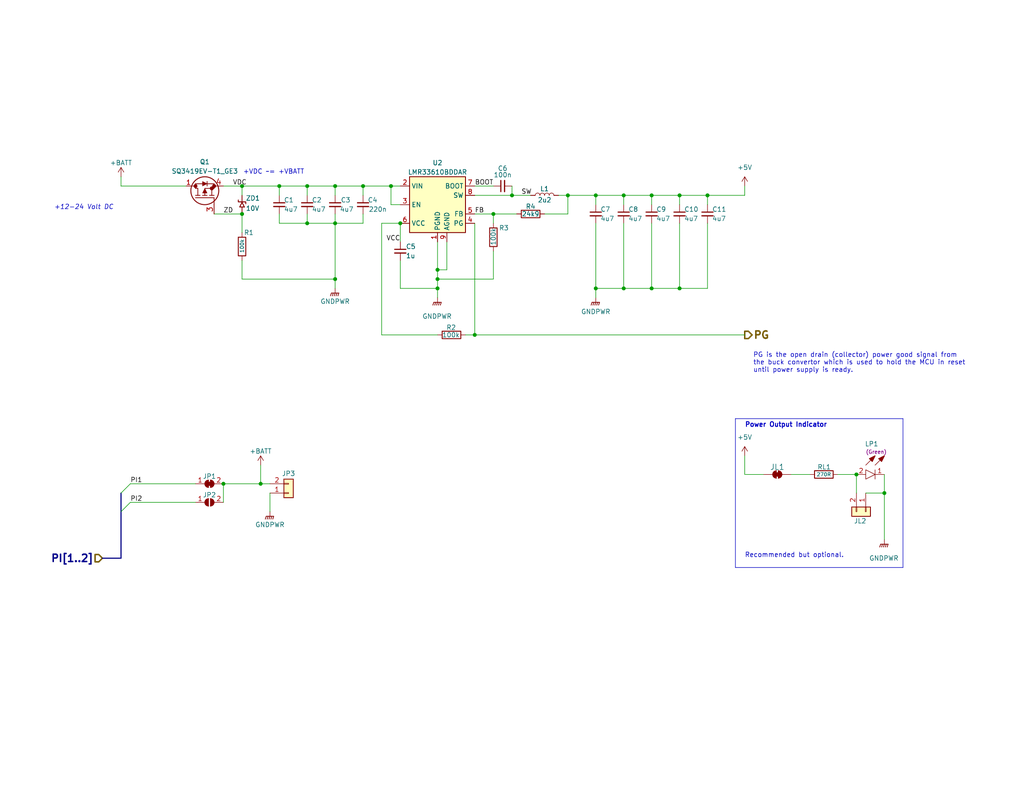
<source format=kicad_sch>
(kicad_sch (version 20230121) (generator eeschema)

  (uuid b141b9e9-c374-48a7-b260-b0cd281ac874)

  (paper "USLetter")

  (title_block
    (title "Pico W SSR Control")
    (date "2023-03-14")
    (rev "0.0.12")
    (company "Michael Cummings")
    (comment 1 "https://ohwr.org/project/cernohl/wikis/Documents/CERN-OHL-version-2")
    (comment 2 "Hardware License: CERN-OHL-W")
    (comment 3 "https://creativecommons.org/licenses/by-sa/4.0/")
    (comment 4 "License: CC By SA 4.0")
  )

  (lib_symbols
    (symbol "Connector_Generic:Conn_01x02" (pin_names (offset 1.016) hide) (in_bom yes) (on_board yes)
      (property "Reference" "J" (at 0 2.54 0)
        (effects (font (size 1.27 1.27)))
      )
      (property "Value" "Conn_01x02" (at 0 -5.08 0)
        (effects (font (size 1.27 1.27)))
      )
      (property "Footprint" "" (at 0 0 0)
        (effects (font (size 1.27 1.27)) hide)
      )
      (property "Datasheet" "~" (at 0 0 0)
        (effects (font (size 1.27 1.27)) hide)
      )
      (property "ki_keywords" "connector" (at 0 0 0)
        (effects (font (size 1.27 1.27)) hide)
      )
      (property "ki_description" "Generic connector, single row, 01x02, script generated (kicad-library-utils/schlib/autogen/connector/)" (at 0 0 0)
        (effects (font (size 1.27 1.27)) hide)
      )
      (property "ki_fp_filters" "Connector*:*_1x??_*" (at 0 0 0)
        (effects (font (size 1.27 1.27)) hide)
      )
      (symbol "Conn_01x02_1_1"
        (rectangle (start -1.27 -2.413) (end 0 -2.667)
          (stroke (width 0.1524) (type default))
          (fill (type none))
        )
        (rectangle (start -1.27 0.127) (end 0 -0.127)
          (stroke (width 0.1524) (type default))
          (fill (type none))
        )
        (rectangle (start -1.27 1.27) (end 1.27 -3.81)
          (stroke (width 0.254) (type default))
          (fill (type background))
        )
        (pin passive line (at -5.08 0 0) (length 3.81)
          (name "Pin_1" (effects (font (size 1.27 1.27))))
          (number "1" (effects (font (size 1.27 1.27))))
        )
        (pin passive line (at -5.08 -2.54 0) (length 3.81)
          (name "Pin_2" (effects (font (size 1.27 1.27))))
          (number "2" (effects (font (size 1.27 1.27))))
        )
      )
    )
    (symbol "Device:C_Small" (pin_numbers hide) (pin_names (offset 0.254) hide) (in_bom yes) (on_board yes)
      (property "Reference" "C" (at 0.254 1.778 0)
        (effects (font (size 1.27 1.27)) (justify left))
      )
      (property "Value" "C_Small" (at 0.254 -2.032 0)
        (effects (font (size 1.27 1.27)) (justify left))
      )
      (property "Footprint" "" (at 0 0 0)
        (effects (font (size 1.27 1.27)) hide)
      )
      (property "Datasheet" "~" (at 0 0 0)
        (effects (font (size 1.27 1.27)) hide)
      )
      (property "ki_keywords" "capacitor cap" (at 0 0 0)
        (effects (font (size 1.27 1.27)) hide)
      )
      (property "ki_description" "Unpolarized capacitor, small symbol" (at 0 0 0)
        (effects (font (size 1.27 1.27)) hide)
      )
      (property "ki_fp_filters" "C_*" (at 0 0 0)
        (effects (font (size 1.27 1.27)) hide)
      )
      (symbol "C_Small_0_1"
        (polyline
          (pts
            (xy -1.524 -0.508)
            (xy 1.524 -0.508)
          )
          (stroke (width 0.3302) (type default))
          (fill (type none))
        )
        (polyline
          (pts
            (xy -1.524 0.508)
            (xy 1.524 0.508)
          )
          (stroke (width 0.3048) (type default))
          (fill (type none))
        )
      )
      (symbol "C_Small_1_1"
        (pin passive line (at 0 2.54 270) (length 2.032)
          (name "~" (effects (font (size 1.27 1.27))))
          (number "1" (effects (font (size 1.27 1.27))))
        )
        (pin passive line (at 0 -2.54 90) (length 2.032)
          (name "~" (effects (font (size 1.27 1.27))))
          (number "2" (effects (font (size 1.27 1.27))))
        )
      )
    )
    (symbol "Device:R" (pin_numbers hide) (pin_names (offset 0)) (in_bom yes) (on_board yes)
      (property "Reference" "R" (at 2.032 0 90)
        (effects (font (size 1.27 1.27)))
      )
      (property "Value" "R" (at 0 0 90)
        (effects (font (size 1.27 1.27)))
      )
      (property "Footprint" "" (at -1.778 0 90)
        (effects (font (size 1.27 1.27)) hide)
      )
      (property "Datasheet" "~" (at 0 0 0)
        (effects (font (size 1.27 1.27)) hide)
      )
      (property "ki_keywords" "R res resistor" (at 0 0 0)
        (effects (font (size 1.27 1.27)) hide)
      )
      (property "ki_description" "Resistor" (at 0 0 0)
        (effects (font (size 1.27 1.27)) hide)
      )
      (property "ki_fp_filters" "R_*" (at 0 0 0)
        (effects (font (size 1.27 1.27)) hide)
      )
      (symbol "R_0_1"
        (rectangle (start -1.016 -2.54) (end 1.016 2.54)
          (stroke (width 0.254) (type default))
          (fill (type none))
        )
      )
      (symbol "R_1_1"
        (pin passive line (at 0 3.81 270) (length 1.27)
          (name "~" (effects (font (size 1.27 1.27))))
          (number "1" (effects (font (size 1.27 1.27))))
        )
        (pin passive line (at 0 -3.81 90) (length 1.27)
          (name "~" (effects (font (size 1.27 1.27))))
          (number "2" (effects (font (size 1.27 1.27))))
        )
      )
    )
    (symbol "Jumper:SolderJumper_2_Bridged" (pin_numbers hide) (pin_names (offset 0) hide) (in_bom yes) (on_board yes)
      (property "Reference" "JP" (at 0 2.032 0)
        (effects (font (size 1.27 1.27)))
      )
      (property "Value" "SolderJumper_2_Bridged" (at 0 -2.54 0)
        (effects (font (size 1.27 1.27)))
      )
      (property "Footprint" "" (at 0 0 0)
        (effects (font (size 1.27 1.27)) hide)
      )
      (property "Datasheet" "~" (at 0 0 0)
        (effects (font (size 1.27 1.27)) hide)
      )
      (property "ki_keywords" "solder jumper SPST" (at 0 0 0)
        (effects (font (size 1.27 1.27)) hide)
      )
      (property "ki_description" "Solder Jumper, 2-pole, closed/bridged" (at 0 0 0)
        (effects (font (size 1.27 1.27)) hide)
      )
      (property "ki_fp_filters" "SolderJumper*Bridged*" (at 0 0 0)
        (effects (font (size 1.27 1.27)) hide)
      )
      (symbol "SolderJumper_2_Bridged_0_1"
        (rectangle (start -0.508 0.508) (end 0.508 -0.508)
          (stroke (width 0) (type default))
          (fill (type outline))
        )
        (arc (start -0.254 1.016) (mid -1.2656 0) (end -0.254 -1.016)
          (stroke (width 0) (type default))
          (fill (type none))
        )
        (arc (start -0.254 1.016) (mid -1.2656 0) (end -0.254 -1.016)
          (stroke (width 0) (type default))
          (fill (type outline))
        )
        (polyline
          (pts
            (xy -0.254 1.016)
            (xy -0.254 -1.016)
          )
          (stroke (width 0) (type default))
          (fill (type none))
        )
        (polyline
          (pts
            (xy 0.254 1.016)
            (xy 0.254 -1.016)
          )
          (stroke (width 0) (type default))
          (fill (type none))
        )
        (arc (start 0.254 -1.016) (mid 1.2656 0) (end 0.254 1.016)
          (stroke (width 0) (type default))
          (fill (type none))
        )
        (arc (start 0.254 -1.016) (mid 1.2656 0) (end 0.254 1.016)
          (stroke (width 0) (type default))
          (fill (type outline))
        )
      )
      (symbol "SolderJumper_2_Bridged_1_1"
        (pin passive line (at -3.81 0 0) (length 2.54)
          (name "A" (effects (font (size 1.27 1.27))))
          (number "1" (effects (font (size 1.27 1.27))))
        )
        (pin passive line (at 3.81 0 180) (length 2.54)
          (name "B" (effects (font (size 1.27 1.27))))
          (number "2" (effects (font (size 1.27 1.27))))
        )
      )
    )
    (symbol "Jumper:SolderJumper_2_Open" (pin_names (offset 0) hide) (in_bom yes) (on_board yes)
      (property "Reference" "JP" (at 0 2.032 0)
        (effects (font (size 1.27 1.27)))
      )
      (property "Value" "SolderJumper_2_Open" (at 0 -2.54 0)
        (effects (font (size 1.27 1.27)))
      )
      (property "Footprint" "" (at 0 0 0)
        (effects (font (size 1.27 1.27)) hide)
      )
      (property "Datasheet" "~" (at 0 0 0)
        (effects (font (size 1.27 1.27)) hide)
      )
      (property "ki_keywords" "solder jumper SPST" (at 0 0 0)
        (effects (font (size 1.27 1.27)) hide)
      )
      (property "ki_description" "Solder Jumper, 2-pole, open" (at 0 0 0)
        (effects (font (size 1.27 1.27)) hide)
      )
      (property "ki_fp_filters" "SolderJumper*Open*" (at 0 0 0)
        (effects (font (size 1.27 1.27)) hide)
      )
      (symbol "SolderJumper_2_Open_0_1"
        (arc (start -0.254 1.016) (mid -1.2656 0) (end -0.254 -1.016)
          (stroke (width 0) (type default))
          (fill (type none))
        )
        (arc (start -0.254 1.016) (mid -1.2656 0) (end -0.254 -1.016)
          (stroke (width 0) (type default))
          (fill (type outline))
        )
        (polyline
          (pts
            (xy -0.254 1.016)
            (xy -0.254 -1.016)
          )
          (stroke (width 0) (type default))
          (fill (type none))
        )
        (polyline
          (pts
            (xy 0.254 1.016)
            (xy 0.254 -1.016)
          )
          (stroke (width 0) (type default))
          (fill (type none))
        )
        (arc (start 0.254 -1.016) (mid 1.2656 0) (end 0.254 1.016)
          (stroke (width 0) (type default))
          (fill (type none))
        )
        (arc (start 0.254 -1.016) (mid 1.2656 0) (end 0.254 1.016)
          (stroke (width 0) (type default))
          (fill (type outline))
        )
      )
      (symbol "SolderJumper_2_Open_1_1"
        (pin passive line (at -3.81 0 0) (length 2.54)
          (name "A" (effects (font (size 1.27 1.27))))
          (number "1" (effects (font (size 1.27 1.27))))
        )
        (pin passive line (at 3.81 0 180) (length 2.54)
          (name "B" (effects (font (size 1.27 1.27))))
          (number "2" (effects (font (size 1.27 1.27))))
        )
      )
    )
    (symbol "Regulator_Switching:LMR33610BDDAR" (in_bom yes) (on_board yes)
      (property "Reference" "U2" (at 0 11.43 0)
        (effects (font (size 1.27 1.27)))
      )
      (property "Value" "LMR33610BDDAR" (at 0 8.89 0)
        (effects (font (size 1.27 1.27)))
      )
      (property "Footprint" "Package_SO:Texas_HSOP-8-1EP_3.9x4.9mm_P1.27mm_ThermalVias" (at 0 -31.496 0)
        (effects (font (size 1.27 1.27)) (justify left) hide)
      )
      (property "Datasheet" "http://www.ti.com/lit/ds/symlink/lmr33610.pdf" (at 0 -34.036 0)
        (effects (font (size 1.27 1.27)) (justify left) hide)
      )
      (property "Characteristics" "Switching Voltage Regulators SIMPLE SWITCHER 3.8-V to 36-V, 1-A synchronous step-down converter in SOIC-8 package 8-SO PowerPAD -40 to 125" (at 0.254 -44.958 0)
        (effects (font (size 1.27 1.27)) hide)
      )
      (property "Description" "Switching Voltage Regulators SIMPLE SWITCHER 3.8-V to 36-V, 1-A synchronous step-down converter in SOIC-8 package 8-SO PowerPAD -40 to 125" (at 0.254 -41.91 0)
        (effects (font (size 1.27 1.27)) hide)
      )
      (property "Height (mm)" "1.70" (at 0 -48.26 0)
        (effects (font (size 1.27 1.27)) hide)
      )
      (property "MFN" "Texas Instruments" (at 0 -51.054 0)
        (effects (font (size 1.27 1.27)) hide)
      )
      (property "MFP" "LMR33610BDDAR" (at 0.254 -54.356 0)
        (effects (font (size 1.27 1.27)) hide)
      )
      (property "Mouser Part Number" "595-LMR33610BDDAR" (at 0 -56.896 0)
        (effects (font (size 1.27 1.27)) hide)
      )
      (property "Mouser Price/Stock" "https://www.mouser.com/ProductDetail/Texas-Instruments/LMR33610BDDAR?qs=wnTfsH77Xs6yzLYKQ10pfw%3D%3D" (at 0.254 -61.468 0)
        (effects (font (size 1.27 1.27)) hide)
      )
      (property "Package" "HSOP-8" (at 0.254 -66.04 0)
        (effects (font (size 1.27 1.27)) hide)
      )
      (property "Type" "SMD" (at 0 -72.898 0)
        (effects (font (size 1.27 1.27)) hide)
      )
      (property "Your Instructions/Notes" "" (at -14.986 -13.716 0)
        (effects (font (size 1.27 1.27)) hide)
      )
      (property "ki_keywords" "simple-switcher synchronous buck step-down voltage-regulator" (at 0 0 0)
        (effects (font (size 1.27 1.27)) hide)
      )
      (property "ki_description" "Simple Switcher Synchronous Buck Regulator, Vin=3.8-36V, Iout=1A, F=1400kHz, Adjustable output voltage, HSOP-8" (at 0 0 0)
        (effects (font (size 1.27 1.27)) hide)
      )
      (property "ki_fp_filters" "Texas*HSOP*1EP*" (at 0 0 0)
        (effects (font (size 1.27 1.27)) hide)
      )
      (symbol "LMR33610BDDAR_0_1"
        (rectangle (start -7.62 7.62) (end 7.62 -7.62)
          (stroke (width 0.254) (type default))
          (fill (type background))
        )
      )
      (symbol "LMR33610BDDAR_1_1"
        (pin power_out line (at 0 -10.16 90) (length 2.54)
          (name "PGND" (effects (font (size 1.27 1.27))))
          (number "1" (effects (font (size 1.27 1.27))))
        )
        (pin power_in line (at -10.16 5.08 0) (length 2.54)
          (name "VIN" (effects (font (size 1.27 1.27))))
          (number "2" (effects (font (size 1.27 1.27))))
        )
        (pin input line (at -10.16 0 0) (length 2.54)
          (name "EN" (effects (font (size 1.27 1.27))))
          (number "3" (effects (font (size 1.27 1.27))))
        )
        (pin open_collector line (at 10.16 -5.08 180) (length 2.54)
          (name "PG" (effects (font (size 1.27 1.27))))
          (number "4" (effects (font (size 1.27 1.27))))
        )
        (pin input line (at 10.16 -2.54 180) (length 2.54)
          (name "FB" (effects (font (size 1.27 1.27))))
          (number "5" (effects (font (size 1.27 1.27))))
        )
        (pin power_out line (at -10.16 -5.08 0) (length 2.54)
          (name "VCC" (effects (font (size 1.27 1.27))))
          (number "6" (effects (font (size 1.27 1.27))))
        )
        (pin input line (at 10.16 5.08 180) (length 2.54)
          (name "BOOT" (effects (font (size 1.27 1.27))))
          (number "7" (effects (font (size 1.27 1.27))))
        )
        (pin output line (at 10.16 2.54 180) (length 2.54)
          (name "SW" (effects (font (size 1.27 1.27))))
          (number "8" (effects (font (size 1.27 1.27))))
        )
        (pin power_in line (at 2.54 -10.16 90) (length 2.54)
          (name "AGND" (effects (font (size 1.27 1.27))))
          (number "9" (effects (font (size 1.27 1.27))))
        )
      )
    )
    (symbol "dragon_mobile:LTST-C190KGKT" (pin_names (offset 0.762)) (in_bom yes) (on_board yes)
      (property "Reference" "LEDP1" (at 2.54 6.35 0)
        (effects (font (size 1 1)))
      )
      (property "Value" "LTST-C190KGKT" (at 6.35 -2.54 0)
        (effects (font (size 1 1)) hide)
      )
      (property "Footprint" "dragon_mobile:LEDC1608X80N" (at 0 -7.62 0)
        (effects (font (size 1 1)) (justify left) hide)
      )
      (property "Datasheet" "https://optoelectronics.liteon.com/upload/download/DS22-2000-074/LTST-C190KGKT.PDF" (at 0 -9.525 0)
        (effects (font (size 1 1)) (justify left) hide)
      )
      (property "Description" "Green LED (571 nm); Rectangle Lens; Top Viewing; 1608 (0603) SMD Package" (at 0 -11.43 0)
        (effects (font (size 1 1)) (justify left) hide)
      )
      (property "MFN" "Lite-On" (at 0 -15.24 0)
        (effects (font (size 1 1)) (justify left) hide)
      )
      (property "MFP" "LTST-C190KGKT" (at 0 -13.335 0)
        (effects (font (size 1 1)) (justify left) hide)
      )
      (property "Package" "0603" (at 0 -17.145 0)
        (effects (font (size 1 1)) (justify left) hide)
      )
      (property "Type" "SMD" (at 0 -19.05 0)
        (effects (font (size 1 1)) (justify left) hide)
      )
      (property "Your Instructions/Notes" "~" (at 0 -20.955 0)
        (effects (font (size 1 1)) (justify left) hide)
      )
      (property "Height (mm)" "0.80" (at 0 -22.86 0)
        (effects (font (size 1 1)) (justify left) hide)
      )
      (property "Characteristics" "Green LED (571 nm); Rectangle Lens; Top Viewing; 1608 (0603) SMD Package" (at 0 -24.765 0)
        (effects (font (size 1 1)) (justify left) hide)
      )
      (property "Mouser Part Number" "859-LTST-C190KGKT" (at 0 -26.67 0)
        (effects (font (size 1 1)) (justify left) hide)
      )
      (property "Mouser Price/Stock" "https://www.mouser.com/ProductDetail/Lite-On/LTST-C190KGKT?qs=205qCy6M2Q%252BAdcgwUZktqw%3D%3D" (at 0 -28.575 0)
        (effects (font (size 1 1)) (justify left) hide)
      )
      (property "Color" "(Green)" (at 4.318 -4.318 0)
        (effects (font (size 1.27 1.27)))
      )
      (property "ki_keywords" "Green LED SMD" (at 0 0 0)
        (effects (font (size 1.27 1.27)) hide)
      )
      (property "ki_description" "Lite-On LTST-C190KGKT, 571 nm Green LED, 1608 (0603) SMD package" (at 0 0 0)
        (effects (font (size 1.27 1.27)) hide)
      )
      (symbol "LTST-C190KGKT_0_0"
        (pin passive line (at 0 0 0) (length 2.54)
          (name "~" (effects (font (size 1.27 1.27))))
          (number "1" (effects (font (size 1.27 1.27))))
        )
        (pin passive line (at 7.62 0 180) (length 2.54)
          (name "~" (effects (font (size 1.27 1.27))))
          (number "2" (effects (font (size 1.27 1.27))))
        )
      )
      (symbol "LTST-C190KGKT_0_1"
        (polyline
          (pts
            (xy 2.54 1.27)
            (xy 2.54 -1.27)
          )
          (stroke (width 0.1524) (type default))
          (fill (type none))
        )
        (polyline
          (pts
            (xy 2.54 2.54)
            (xy 0 5.08)
          )
          (stroke (width 0.1524) (type default))
          (fill (type none))
        )
        (polyline
          (pts
            (xy 5.08 2.54)
            (xy 2.54 5.08)
          )
          (stroke (width 0.1524) (type default))
          (fill (type none))
        )
        (polyline
          (pts
            (xy 1.524 4.318)
            (xy 0.762 3.556)
            (xy 0 5.08)
            (xy 1.524 4.318)
          )
          (stroke (width 0.254) (type default))
          (fill (type outline))
        )
        (polyline
          (pts
            (xy 2.54 0)
            (xy 5.08 1.27)
            (xy 5.08 -1.27)
            (xy 2.54 0)
          )
          (stroke (width 0) (type default))
          (fill (type none))
        )
        (polyline
          (pts
            (xy 4.064 4.318)
            (xy 3.302 3.556)
            (xy 2.54 5.08)
            (xy 4.064 4.318)
          )
          (stroke (width 0.254) (type default))
          (fill (type outline))
        )
      )
    )
    (symbol "dragon_mobile:SQ3419EV-T1_BE3" (pin_names (offset 1.524) hide) (in_bom yes) (on_board yes)
      (property "Reference" "Q1" (at 0 7.366 90)
        (effects (font (size 1.27 1.27)))
      )
      (property "Value" "SQ3419EV-T1_GE3" (at 0 -15.748 0)
        (effects (font (size 1.27 1.27)) hide)
      )
      (property "Footprint" "dragon_mobile:SOT95P284X110-6N" (at 0 -54.102 0)
        (effects (font (size 1.27 1.27)) (justify left) hide)
      )
      (property "Datasheet" "https://www.mouser.com/datasheet/2/427/sq3419ev-1764675.pdf" (at 0 -50.546 0)
        (effects (font (size 1.27 1.27)) (justify left) hide)
      )
      (property "Description" "MOSFET P Ch -40Vds, +- 20Vgs, 6.9A, 48mOhms, 5W, AEC-Q101 Qualified SMD (TSOP-6)" (at 0.254 -46.482 0)
        (effects (font (size 1.27 1.27)) (justify left) hide)
      )
      (property "MFN" "Vishay Semiconductors" (at 0 -36.322 0)
        (effects (font (size 1.27 1.27)) (justify left) hide)
      )
      (property "MFP" "SQ3419EV-T1_GE3" (at 0 -33.274 0)
        (effects (font (size 1.27 1.27)) (justify left) hide)
      )
      (property "Package" "TSOP-6" (at 0 -42.672 0)
        (effects (font (size 1.27 1.27)) (justify left) hide)
      )
      (property "Type" "SMD" (at 0 -39.116 0)
        (effects (font (size 1.27 1.27)) (justify left) hide)
      )
      (property "Height (mm)" "1.1" (at 0 -62.484 0)
        (effects (font (size 1.27 1.27)) (justify left) hide)
      )
      (property "Mouser Part Number" "78-SQ3419EV-T1_GE3" (at 0 -60.452 0)
        (effects (font (size 1.27 1.27)) (justify left) hide)
      )
      (property "Mouser Price/Stock" "https://www.mouser.com/ProductDetail/Vishay-Semiconductors/SQ3419EV-T1_GE3?qs=Vcr9%2FL0R50hjQdrP75bU0Q%3D%3D" (at 0 -57.658 0)
        (effects (font (size 1.27 1.27)) (justify left) hide)
      )
      (property "ki_fp_filters" "TSOP_EV-T1_BE3_VIS TSOP_EV-T1_BE3_VIS-M TSOP_EV-T1_BE3_VIS-L" (at 0 0 0)
        (effects (font (size 1.27 1.27)) hide)
      )
      (symbol "SQ3419EV-T1_BE3_1_1"
        (polyline
          (pts
            (xy 2.54 0)
            (xy 4.445 0)
          )
          (stroke (width 0.2032) (type default))
          (fill (type none))
        )
        (polyline
          (pts
            (xy 4.445 0)
            (xy 4.445 5.08)
          )
          (stroke (width 0.2032) (type default))
          (fill (type none))
        )
        (polyline
          (pts
            (xy 5.08 0)
            (xy 5.08 1.27)
          )
          (stroke (width 0.2032) (type default))
          (fill (type none))
        )
        (polyline
          (pts
            (xy 5.08 0.635)
            (xy 6.985 0.635)
          )
          (stroke (width 0.2032) (type default))
          (fill (type none))
        )
        (polyline
          (pts
            (xy 5.08 1.905)
            (xy 5.08 3.175)
          )
          (stroke (width 0.2032) (type default))
          (fill (type none))
        )
        (polyline
          (pts
            (xy 5.08 3.81)
            (xy 5.08 5.08)
          )
          (stroke (width 0.2032) (type default))
          (fill (type none))
        )
        (polyline
          (pts
            (xy 5.08 4.445)
            (xy 6.985 4.445)
          )
          (stroke (width 0.2032) (type default))
          (fill (type none))
        )
        (polyline
          (pts
            (xy 5.715 2.54)
            (xy 5.08 2.54)
          )
          (stroke (width 0.2032) (type default))
          (fill (type none))
        )
        (polyline
          (pts
            (xy 6.985 0)
            (xy 6.985 2.54)
          )
          (stroke (width 0.2032) (type default))
          (fill (type none))
        )
        (polyline
          (pts
            (xy 6.985 0)
            (xy 8.255 0)
          )
          (stroke (width 0.2032) (type default))
          (fill (type none))
        )
        (polyline
          (pts
            (xy 6.985 4.445)
            (xy 6.985 5.08)
          )
          (stroke (width 0.2032) (type default))
          (fill (type none))
        )
        (polyline
          (pts
            (xy 6.985 5.08)
            (xy 8.255 5.08)
          )
          (stroke (width 0.2032) (type default))
          (fill (type none))
        )
        (polyline
          (pts
            (xy 7.62 1.905)
            (xy 8.89 1.905)
          )
          (stroke (width 0.2032) (type default))
          (fill (type none))
        )
        (polyline
          (pts
            (xy 7.62 5.08)
            (xy 7.62 6.35)
          )
          (stroke (width 0) (type default))
          (fill (type none))
        )
        (polyline
          (pts
            (xy 8.255 1.905)
            (xy 8.255 0)
          )
          (stroke (width 0.2032) (type default))
          (fill (type none))
        )
        (polyline
          (pts
            (xy 8.255 5.08)
            (xy 8.255 3.175)
          )
          (stroke (width 0.2032) (type default))
          (fill (type none))
        )
        (polyline
          (pts
            (xy 5.715 1.905)
            (xy 6.985 2.54)
            (xy 5.715 3.175)
            (xy 5.715 1.905)
          )
          (stroke (width 0.0254) (type default))
          (fill (type outline))
        )
        (polyline
          (pts
            (xy 7.62 3.175)
            (xy 8.89 3.175)
            (xy 8.255 1.905)
            (xy 7.62 3.175)
          )
          (stroke (width 0.0254) (type default))
          (fill (type outline))
        )
        (circle (center 6.35 2.54) (radius 3.81)
          (stroke (width 0.254) (type default))
          (fill (type none))
        )
        (circle (center 6.985 0.635) (radius 0.0254)
          (stroke (width 0.508) (type default))
          (fill (type none))
        )
        (circle (center 7.62 0) (radius 0.0254)
          (stroke (width 0.508) (type default))
          (fill (type none))
        )
        (circle (center 7.62 5.08) (radius 0.0254)
          (stroke (width 0.508) (type default))
          (fill (type none))
        )
        (pin power_in line (at 7.62 7.62 270) (length 1.27)
          (name "D" (effects (font (size 1.27 1.27))))
          (number "1" (effects (font (size 1.27 1.27))))
        )
        (pin passive line (at 7.62 7.62 270) (length 1.27) hide
          (name "D" (effects (font (size 1.4986 1.4986))))
          (number "2" (effects (font (size 1.4986 1.4986))))
        )
        (pin passive line (at 0 0 0) (length 2.54)
          (name "G" (effects (font (size 1.4986 1.4986))))
          (number "3" (effects (font (size 1.4986 1.4986))))
        )
        (pin power_out line (at 7.62 -2.54 90) (length 2.54)
          (name "S" (effects (font (size 1.4986 1.4986))))
          (number "4" (effects (font (size 1.4986 1.4986))))
        )
        (pin passive line (at 7.62 7.62 270) (length 1.27) hide
          (name "D" (effects (font (size 1.4986 1.4986))))
          (number "5" (effects (font (size 1.4986 1.4986))))
        )
        (pin passive line (at 7.62 7.62 270) (length 1.27) hide
          (name "D" (effects (font (size 1.4986 1.4986))))
          (number "6" (effects (font (size 1.4986 1.4986))))
        )
      )
    )
    (symbol "dragon_mobile:SolderJumper_2_Bridged_PowerIn" (pin_names (offset 0) hide) (in_bom no) (on_board yes)
      (property "Reference" "JP1" (at 0 2.032 0)
        (effects (font (size 1.27 1.27)))
      )
      (property "Value" "SolderJumper_2_Bridged" (at 0.254 -4.318 0)
        (effects (font (size 1.27 1.27)) hide)
      )
      (property "Footprint" "Jumper:SolderJumper-2_P1.3mm_Bridged_RoundedPad1.0x1.5mm" (at 2.286 -6.35 0)
        (effects (font (size 1.27 1.27)) hide)
      )
      (property "Datasheet" "~" (at 0 -9.144 0)
        (effects (font (size 1.27 1.27)) hide)
      )
      (property "Description" "" (at 0 0 0)
        (effects (font (size 1.27 1.27)) hide)
      )
      (property "MFN" "" (at 0 0 0)
        (effects (font (size 1.27 1.27)) hide)
      )
      (property "MFP" "" (at 0 0 0)
        (effects (font (size 1.27 1.27)) hide)
      )
      (property "Package" "" (at 0 0 0)
        (effects (font (size 1.27 1.27)) hide)
      )
      (property "Type" "" (at 0 0 0)
        (effects (font (size 1.27 1.27)) hide)
      )
      (property "Your Instructions/Notes" "" (at 0 0 0)
        (effects (font (size 1.27 1.27)) hide)
      )
      (property "Height (mm)" "" (at 0 0 0)
        (effects (font (size 1.27 1.27)) hide)
      )
      (property "Characteristics" "" (at 0 0 0)
        (effects (font (size 1.27 1.27)) hide)
      )
      (property "Mouser Part Number" "" (at 0 0 0)
        (effects (font (size 1.27 1.27)) hide)
      )
      (property "Mouser Price/Stock" "" (at 0 0 0)
        (effects (font (size 1.27 1.27)) hide)
      )
      (property "ki_keywords" "solder jumper SPST" (at 0 0 0)
        (effects (font (size 1.27 1.27)) hide)
      )
      (property "ki_description" "Solder Jumper, 2-pole, closed/bridged" (at 0 0 0)
        (effects (font (size 1.27 1.27)) hide)
      )
      (property "ki_fp_filters" "SolderJumper*Bridged*" (at 0 0 0)
        (effects (font (size 1.27 1.27)) hide)
      )
      (symbol "SolderJumper_2_Bridged_PowerIn_0_1"
        (rectangle (start -0.508 0.508) (end 0.508 -0.508)
          (stroke (width 0) (type default))
          (fill (type outline))
        )
        (arc (start -0.254 1.016) (mid -1.2656 0) (end -0.254 -1.016)
          (stroke (width 0) (type default))
          (fill (type none))
        )
        (arc (start -0.254 1.016) (mid -1.2656 0) (end -0.254 -1.016)
          (stroke (width 0) (type default))
          (fill (type outline))
        )
        (polyline
          (pts
            (xy -0.254 1.016)
            (xy -0.254 -1.016)
          )
          (stroke (width 0) (type default))
          (fill (type none))
        )
        (polyline
          (pts
            (xy 0.254 1.016)
            (xy 0.254 -1.016)
          )
          (stroke (width 0) (type default))
          (fill (type none))
        )
        (arc (start 0.254 -1.016) (mid 1.2656 0) (end 0.254 1.016)
          (stroke (width 0) (type default))
          (fill (type none))
        )
        (arc (start 0.254 -1.016) (mid 1.2656 0) (end 0.254 1.016)
          (stroke (width 0) (type default))
          (fill (type outline))
        )
      )
      (symbol "SolderJumper_2_Bridged_PowerIn_1_1"
        (pin passive line (at -3.81 0 0) (length 2.54)
          (name "A" (effects (font (size 1.27 1.27))))
          (number "1" (effects (font (size 1.27 1.27))))
        )
        (pin power_out line (at 3.81 0 180) (length 2.54)
          (name "B" (effects (font (size 1.27 1.27))))
          (number "2" (effects (font (size 1.27 1.27))))
        )
      )
    )
    (symbol "dragon_mobile:TFM252012ALVA2R2MTAA" (pin_numbers hide) (pin_names (offset 1.016) hide) (in_bom yes) (on_board yes)
      (property "Reference" "L1" (at 0 1.778 0)
        (effects (font (size 1.27 1.27)))
      )
      (property "Value" "2u2" (at 0 -1.524 0)
        (effects (font (size 1.27 1.27)))
      )
      (property "Footprint" "Inductor_SMD:L_1008_2520Metric" (at 0 -16.256 0)
        (effects (font (size 1.27 1.27)) (justify left) hide)
      )
      (property "Datasheet" "https://product.tdk.com/system/files/dam/doc/product/inductor/inductor/smd/catalog/inductor_automotive_power_tfm252012alva_en.pdf?ref_disty=mouser" (at 0 -18.796 0)
        (effects (font (size 1.27 1.27)) (justify left) hide)
      )
      (property "Your Instructions/Notes" "~" (at 0 -43.434 0)
        (effects (font (size 1.27 1.27)) (justify left) hide)
      )
      (property "Characteristics" "Power Inductors - SMD 2.2uH 20% 84mOhm AEC-Q200" (at 0 -21.59 0)
        (effects (font (size 1.27 1.27)) (justify left) hide)
      )
      (property "Description" "Power Inductors - SMD 2.2uH 20% 84mOhm AEC-Q200" (at 0 -24.13 0)
        (effects (font (size 1.27 1.27)) (justify left) hide)
      )
      (property "Height (mm)" "1.20" (at 0 -26.416 0)
        (effects (font (size 1.27 1.27)) (justify left) hide)
      )
      (property "MFN" "TDK" (at 0 -28.702 0)
        (effects (font (size 1.27 1.27)) (justify left) hide)
      )
      (property "MFP" "TFM252012ALVA2R2MTAA" (at 0 -30.734 0)
        (effects (font (size 1.27 1.27)) (justify left) hide)
      )
      (property "Mouser Part Number" "810-TFM252012ALVA2R2" (at 0 -33.274 0)
        (effects (font (size 1.27 1.27)) (justify left) hide)
      )
      (property "Mouser Price/Stock" "https://www.mouser.com/ProductDetail/TDK/TFM252012ALVA2R2MTAA?qs=BJlw7L4Cy78%252Bv0dEjpyUWg%3D%3D" (at 0 -35.814 0)
        (effects (font (size 1.27 1.27)) (justify left) hide)
      )
      (property "Package" "1008" (at 0 -38.608 0)
        (effects (font (size 1.27 1.27)) (justify left) hide)
      )
      (property "Type" "SMD" (at 0 -41.402 0)
        (effects (font (size 1.27 1.27)) (justify left) hide)
      )
      (property "ki_keywords" "inductor choke coil reactor magnetic" (at 0 0 0)
        (effects (font (size 1.27 1.27)) hide)
      )
      (property "ki_description" "Inductor" (at 0 0 0)
        (effects (font (size 1.27 1.27)) hide)
      )
      (property "ki_fp_filters" "Choke_* *Coil* Inductor_* L_*" (at 0 0 0)
        (effects (font (size 1.27 1.27)) hide)
      )
      (symbol "TFM252012ALVA2R2MTAA_0_1"
        (arc (start -1.27 0) (mid -1.905 0.6323) (end -2.54 0)
          (stroke (width 0) (type default))
          (fill (type none))
        )
        (arc (start 0 0) (mid -0.635 0.6323) (end -1.27 0)
          (stroke (width 0) (type default))
          (fill (type none))
        )
        (arc (start 1.27 0) (mid 0.635 0.6323) (end 0 0)
          (stroke (width 0) (type default))
          (fill (type none))
        )
        (arc (start 2.54 0) (mid 1.905 0.6323) (end 1.27 0)
          (stroke (width 0) (type default))
          (fill (type none))
        )
      )
      (symbol "TFM252012ALVA2R2MTAA_1_1"
        (pin passive line (at -3.81 0 0) (length 1.27)
          (name "1" (effects (font (size 1.27 1.27))))
          (number "1" (effects (font (size 1.27 1.27))))
        )
        (pin power_out line (at 3.81 0 180) (length 1.27)
          (name "2" (effects (font (size 1.27 1.27))))
          (number "2" (effects (font (size 1.27 1.27))))
        )
      )
    )
    (symbol "dragon_mobile:TSZU52C10" (pin_numbers hide) (pin_names (offset 0.254) hide) (in_bom yes) (on_board yes)
      (property "Reference" "ZD" (at 0 2.286 0)
        (effects (font (size 1.27 1.27)))
      )
      (property "Value" "TSZU52C10" (at 15.494 -5.842 0)
        (effects (font (size 1.27 1.27)) hide)
      )
      (property "Footprint" "Diode_SMD:D_0603_1608Metric" (at 10.16 -7.62 0)
        (effects (font (size 1.27 1.27)) (justify left) hide)
      )
      (property "Datasheet" "https://www.mouser.com/datasheet/2/395/TSZU52C2V0_SERIES_G2009-2821949.pdf" (at 10.16 -10.16 0)
        (effects (font (size 1.27 1.27)) (justify left) hide)
      )
      (property "Description" "Zener Diode 10V, 150mW, 10%, 0603(1608)" (at 10.16 -12.7 0)
        (effects (font (size 1.27 1.27)) (justify left) hide)
      )
      (property "MFN" "Taiwan Semiconductor" (at 10.16 -15.24 0)
        (effects (font (size 1.27 1.27)) (justify left) hide)
      )
      (property "MFP" "TSZU52C10 RGG" (at 10.16 -17.78 0)
        (effects (font (size 1.27 1.27)) (justify left) hide)
      )
      (property "Package" "0603" (at 10.16 -20.32 0)
        (effects (font (size 1.27 1.27)) (justify left) hide)
      )
      (property "Type" "SMD" (at 10.16 -22.86 0)
        (effects (font (size 1.27 1.27)) (justify left) hide)
      )
      (property "Your Instructions/Notes" "" (at 0 0 0)
        (effects (font (size 1.27 1.27)) (justify left) hide)
      )
      (property "Characteristics" "10V 150mW" (at 10.16 -25.4 0)
        (effects (font (size 1.27 1.27)) (justify left) hide)
      )
      (property "Height (mm)" "1.8" (at 10.16 -27.94 0)
        (effects (font (size 1.27 1.27)) (justify left) hide)
      )
      (property "Mouser Part Number" "821-TSZU52C10RGG" (at 10.16 -30.48 0)
        (effects (font (size 1.27 1.27)) (justify left) hide)
      )
      (property "Mouser Price/Stock" "https://www.mouser.com/ProductDetail/Taiwan-Semiconductor/TSZU52C10-RGG?qs=QEzMiVqgwc0rEUh3GogTRA%3D%3D" (at 10.16 -33.02 0)
        (effects (font (size 1.27 1.27)) (justify left) hide)
      )
      (property "ki_keywords" "diode, zener diode" (at 0 0 0)
        (effects (font (size 1.27 1.27)) hide)
      )
      (property "ki_description" "Zener diode, 10V 150mW SMD 0603" (at 0 0 0)
        (effects (font (size 1.27 1.27)) hide)
      )
      (property "ki_fp_filters" "TO-???* *_Diode_* *SingleDiode* D_*" (at 0 0 0)
        (effects (font (size 1.27 1.27)) hide)
      )
      (symbol "TSZU52C10_0_1"
        (polyline
          (pts
            (xy -0.254 1.016)
            (xy -0.762 1.016)
            (xy -0.762 -1.016)
            (xy -1.27 -1.016)
          )
          (stroke (width 0.254) (type default))
          (fill (type none))
        )
        (polyline
          (pts
            (xy 0.635 0.635)
            (xy -0.635 0)
            (xy 0.635 -0.635)
            (xy 0.635 0.635)
          )
          (stroke (width 0.254) (type default))
          (fill (type none))
        )
      )
      (symbol "TSZU52C10_1_1"
        (pin passive line (at -2.54 0 0) (length 1.778)
          (name "" (effects (font (size 1.27 1.27))))
          (number "1" (effects (font (size 1.27 1.27))))
        )
        (pin passive line (at 2.54 0 180) (length 1.778)
          (name "" (effects (font (size 1.27 1.27))))
          (number "2" (effects (font (size 1.27 1.27))))
        )
      )
    )
    (symbol "power:+5V" (power) (pin_names (offset 0)) (in_bom yes) (on_board yes)
      (property "Reference" "#PWR" (at 0 -3.81 0)
        (effects (font (size 1.27 1.27)) hide)
      )
      (property "Value" "+5V" (at 0 3.556 0)
        (effects (font (size 1.27 1.27)))
      )
      (property "Footprint" "" (at 0 0 0)
        (effects (font (size 1.27 1.27)) hide)
      )
      (property "Datasheet" "" (at 0 0 0)
        (effects (font (size 1.27 1.27)) hide)
      )
      (property "ki_keywords" "global power" (at 0 0 0)
        (effects (font (size 1.27 1.27)) hide)
      )
      (property "ki_description" "Power symbol creates a global label with name \"+5V\"" (at 0 0 0)
        (effects (font (size 1.27 1.27)) hide)
      )
      (symbol "+5V_0_1"
        (polyline
          (pts
            (xy -0.762 1.27)
            (xy 0 2.54)
          )
          (stroke (width 0) (type default))
          (fill (type none))
        )
        (polyline
          (pts
            (xy 0 0)
            (xy 0 2.54)
          )
          (stroke (width 0) (type default))
          (fill (type none))
        )
        (polyline
          (pts
            (xy 0 2.54)
            (xy 0.762 1.27)
          )
          (stroke (width 0) (type default))
          (fill (type none))
        )
      )
      (symbol "+5V_1_1"
        (pin power_in line (at 0 0 90) (length 0) hide
          (name "+5V" (effects (font (size 1.27 1.27))))
          (number "1" (effects (font (size 1.27 1.27))))
        )
      )
    )
    (symbol "power:+BATT" (power) (pin_names (offset 0)) (in_bom yes) (on_board yes)
      (property "Reference" "#PWR" (at 0 -3.81 0)
        (effects (font (size 1.27 1.27)) hide)
      )
      (property "Value" "+BATT" (at 0 3.556 0)
        (effects (font (size 1.27 1.27)))
      )
      (property "Footprint" "" (at 0 0 0)
        (effects (font (size 1.27 1.27)) hide)
      )
      (property "Datasheet" "" (at 0 0 0)
        (effects (font (size 1.27 1.27)) hide)
      )
      (property "ki_keywords" "global power battery" (at 0 0 0)
        (effects (font (size 1.27 1.27)) hide)
      )
      (property "ki_description" "Power symbol creates a global label with name \"+BATT\"" (at 0 0 0)
        (effects (font (size 1.27 1.27)) hide)
      )
      (symbol "+BATT_0_1"
        (polyline
          (pts
            (xy -0.762 1.27)
            (xy 0 2.54)
          )
          (stroke (width 0) (type default))
          (fill (type none))
        )
        (polyline
          (pts
            (xy 0 0)
            (xy 0 2.54)
          )
          (stroke (width 0) (type default))
          (fill (type none))
        )
        (polyline
          (pts
            (xy 0 2.54)
            (xy 0.762 1.27)
          )
          (stroke (width 0) (type default))
          (fill (type none))
        )
      )
      (symbol "+BATT_1_1"
        (pin power_in line (at 0 0 90) (length 0) hide
          (name "+BATT" (effects (font (size 1.27 1.27))))
          (number "1" (effects (font (size 1.27 1.27))))
        )
      )
    )
    (symbol "power:GNDPWR" (power) (pin_names (offset 0)) (in_bom yes) (on_board yes)
      (property "Reference" "#PWR" (at 0 -5.08 0)
        (effects (font (size 1.27 1.27)) hide)
      )
      (property "Value" "GNDPWR" (at 0 -3.302 0)
        (effects (font (size 1.27 1.27)))
      )
      (property "Footprint" "" (at 0 -1.27 0)
        (effects (font (size 1.27 1.27)) hide)
      )
      (property "Datasheet" "" (at 0 -1.27 0)
        (effects (font (size 1.27 1.27)) hide)
      )
      (property "ki_keywords" "global ground" (at 0 0 0)
        (effects (font (size 1.27 1.27)) hide)
      )
      (property "ki_description" "Power symbol creates a global label with name \"GNDPWR\" , global ground" (at 0 0 0)
        (effects (font (size 1.27 1.27)) hide)
      )
      (symbol "GNDPWR_0_1"
        (polyline
          (pts
            (xy 0 -1.27)
            (xy 0 0)
          )
          (stroke (width 0) (type default))
          (fill (type none))
        )
        (polyline
          (pts
            (xy -1.016 -1.27)
            (xy -1.27 -2.032)
            (xy -1.27 -2.032)
          )
          (stroke (width 0.2032) (type default))
          (fill (type none))
        )
        (polyline
          (pts
            (xy -0.508 -1.27)
            (xy -0.762 -2.032)
            (xy -0.762 -2.032)
          )
          (stroke (width 0.2032) (type default))
          (fill (type none))
        )
        (polyline
          (pts
            (xy 0 -1.27)
            (xy -0.254 -2.032)
            (xy -0.254 -2.032)
          )
          (stroke (width 0.2032) (type default))
          (fill (type none))
        )
        (polyline
          (pts
            (xy 0.508 -1.27)
            (xy 0.254 -2.032)
            (xy 0.254 -2.032)
          )
          (stroke (width 0.2032) (type default))
          (fill (type none))
        )
        (polyline
          (pts
            (xy 1.016 -1.27)
            (xy -1.016 -1.27)
            (xy -1.016 -1.27)
          )
          (stroke (width 0.2032) (type default))
          (fill (type none))
        )
        (polyline
          (pts
            (xy 1.016 -1.27)
            (xy 0.762 -2.032)
            (xy 0.762 -2.032)
            (xy 0.762 -2.032)
          )
          (stroke (width 0.2032) (type default))
          (fill (type none))
        )
      )
      (symbol "GNDPWR_1_1"
        (pin power_in line (at 0 0 270) (length 0) hide
          (name "GNDPWR" (effects (font (size 1.27 1.27))))
          (number "1" (effects (font (size 1.27 1.27))))
        )
      )
    )
  )

  (junction (at 162.56 78.74) (diameter 0) (color 0 0 0 0)
    (uuid 025f8c95-b04a-4031-868f-46f05fcb2d87)
  )
  (junction (at 106.68 50.8) (diameter 0) (color 0 0 0 0)
    (uuid 0ebc9f36-bd4a-4f0c-9439-698b14608b8c)
  )
  (junction (at 71.12 132.08) (diameter 0) (color 0 0 0 0)
    (uuid 13d1e3fb-ea6b-4ecb-8d73-7606241915d5)
  )
  (junction (at 162.56 53.34) (diameter 0) (color 0 0 0 0)
    (uuid 18fbd48e-2339-454a-8848-d63774eb90f4)
  )
  (junction (at 66.04 58.42) (diameter 0) (color 0 0 0 0)
    (uuid 27b8cc61-bf54-4d09-95f7-0242dd8e5549)
  )
  (junction (at 76.2 50.8) (diameter 0) (color 0 0 0 0)
    (uuid 2fdde676-73bf-427e-a9c8-e4a6c3ff1191)
  )
  (junction (at 66.04 50.8) (diameter 0) (color 0 0 0 0)
    (uuid 473e62be-ef14-4c04-bceb-5db060139919)
  )
  (junction (at 177.8 78.74) (diameter 0) (color 0 0 0 0)
    (uuid 5b620332-536d-4388-a546-4928e141b747)
  )
  (junction (at 83.82 50.8) (diameter 0) (color 0 0 0 0)
    (uuid 66b29afc-84f5-4500-a2f0-e9c84363ef15)
  )
  (junction (at 134.62 58.42) (diameter 0) (color 0 0 0 0)
    (uuid 7380c7c1-4b95-4e80-9810-5704c908d826)
  )
  (junction (at 60.96 132.08) (diameter 0) (color 0 0 0 0)
    (uuid 8183e45c-79a7-4382-83ab-28534a463cbf)
  )
  (junction (at 91.44 50.8) (diameter 0) (color 0 0 0 0)
    (uuid 8644d46d-16be-4222-b88d-f9015cd1162c)
  )
  (junction (at 119.38 73.66) (diameter 0) (color 0 0 0 0)
    (uuid 88bf02db-a7c3-4aed-b97e-d22c5f5d2cea)
  )
  (junction (at 91.44 76.2) (diameter 0) (color 0 0 0 0)
    (uuid 8dbfb76d-de0d-42fb-8f6a-566a03a2db9a)
  )
  (junction (at 170.18 78.74) (diameter 0) (color 0 0 0 0)
    (uuid 916f8f87-1bc2-4375-b136-cf7c4745f5f7)
  )
  (junction (at 233.68 129.54) (diameter 0) (color 0 0 0 0)
    (uuid 9b9ce352-d8e7-4305-9a84-e493a126a119)
  )
  (junction (at 139.7 53.34) (diameter 0) (color 0 0 0 0)
    (uuid a305c007-bd44-476e-a607-f375831a1090)
  )
  (junction (at 193.04 53.34) (diameter 0) (color 0 0 0 0)
    (uuid a6100ef2-ac0d-46e3-b1c3-e8e9207e567c)
  )
  (junction (at 170.18 53.34) (diameter 0) (color 0 0 0 0)
    (uuid ad9a5cfe-e02e-44ce-ae0f-0c8833a16cfa)
  )
  (junction (at 154.94 53.34) (diameter 0) (color 0 0 0 0)
    (uuid b1daa137-7601-4971-a419-57505135163c)
  )
  (junction (at 119.38 76.2) (diameter 0) (color 0 0 0 0)
    (uuid c187320f-3ae1-4267-a3a6-fef5f11cacf7)
  )
  (junction (at 185.42 78.74) (diameter 0) (color 0 0 0 0)
    (uuid c65e4d0a-8999-4bc2-a79b-cba7ce029791)
  )
  (junction (at 83.82 60.96) (diameter 0) (color 0 0 0 0)
    (uuid c6d8c5d9-7a4f-482f-8fd5-5926a54e87cc)
  )
  (junction (at 91.44 60.96) (diameter 0) (color 0 0 0 0)
    (uuid cb09452a-811a-4633-8585-2d85f0fc52aa)
  )
  (junction (at 129.54 91.44) (diameter 0) (color 0 0 0 0)
    (uuid cd566e5b-10b1-4d64-9263-5aa08ad91915)
  )
  (junction (at 185.42 53.34) (diameter 0) (color 0 0 0 0)
    (uuid d11dd905-d2e5-41aa-b118-b46f7883dd3d)
  )
  (junction (at 109.22 60.96) (diameter 0) (color 0 0 0 0)
    (uuid d6f73044-3ed9-42dc-a577-5468820e56b9)
  )
  (junction (at 99.06 50.8) (diameter 0) (color 0 0 0 0)
    (uuid db540622-a650-48d9-a6fa-89f00a4908ab)
  )
  (junction (at 177.8 53.34) (diameter 0) (color 0 0 0 0)
    (uuid e7e05c07-1fa1-494a-807f-99ba9a8c93d9)
  )
  (junction (at 241.3 134.62) (diameter 0) (color 0 0 0 0)
    (uuid eb1c5613-cf16-4ea4-a983-3f5ea043e5d8)
  )
  (junction (at 119.38 78.74) (diameter 0) (color 0 0 0 0)
    (uuid fb497997-f10a-45ab-9040-9fa139cb75ad)
  )

  (bus_entry (at 35.56 137.16) (size -2.54 2.54)
    (stroke (width 0) (type default))
    (uuid 5762ea87-22a2-41dd-83e2-0971417b9d39)
  )
  (bus_entry (at 35.56 132.08) (size -2.54 2.54)
    (stroke (width 0) (type default))
    (uuid 806832eb-dcc9-4750-9ef1-112e770772ef)
  )

  (wire (pts (xy 193.04 53.34) (xy 203.2 53.34))
    (stroke (width 0) (type default))
    (uuid 03913d47-75f9-4993-bfd8-6741bf3aa03e)
  )
  (wire (pts (xy 241.3 134.62) (xy 241.3 147.32))
    (stroke (width 0) (type default))
    (uuid 0464c04c-3d92-4d64-a94b-05da28b330e7)
  )
  (wire (pts (xy 66.04 50.8) (xy 66.04 53.34))
    (stroke (width 0) (type default))
    (uuid 04beec99-e0df-4f73-9245-11d863bf0dc4)
  )
  (wire (pts (xy 177.8 60.96) (xy 177.8 78.74))
    (stroke (width 0) (type default))
    (uuid 07461b0f-5d4d-4f56-be9b-5e2c0f403a16)
  )
  (wire (pts (xy 109.22 60.96) (xy 109.22 66.04))
    (stroke (width 0) (type default))
    (uuid 08462718-28dc-4da0-9487-a2b213d46d81)
  )
  (wire (pts (xy 119.38 76.2) (xy 134.62 76.2))
    (stroke (width 0) (type default))
    (uuid 0c8c94e0-31c3-45b1-94f7-48948bf9f561)
  )
  (wire (pts (xy 91.44 50.8) (xy 99.06 50.8))
    (stroke (width 0) (type default))
    (uuid 0d5afb53-1910-462c-8b18-2473f0b4c793)
  )
  (wire (pts (xy 148.59 58.42) (xy 154.94 58.42))
    (stroke (width 0) (type default))
    (uuid 108af582-1107-455a-ae60-8bd19f28d509)
  )
  (wire (pts (xy 129.54 91.44) (xy 203.2 91.44))
    (stroke (width 0) (type default))
    (uuid 10e5c85f-7b57-4325-8e64-2c96142e69dd)
  )
  (polyline (pts (xy 200.66 114.3) (xy 200.66 154.94))
    (stroke (width 0) (type default))
    (uuid 1224ef2e-fdba-4660-8f1b-4fd49eb5ce8c)
  )

  (wire (pts (xy 193.04 53.34) (xy 193.04 55.88))
    (stroke (width 0) (type default))
    (uuid 125477ca-ef84-4e8a-b4ac-1c5ffbf7b715)
  )
  (wire (pts (xy 109.22 60.96) (xy 104.14 60.96))
    (stroke (width 0) (type default))
    (uuid 1420f021-7290-49d6-9813-a1cac8713273)
  )
  (wire (pts (xy 91.44 76.2) (xy 91.44 78.74))
    (stroke (width 0) (type default))
    (uuid 162b120f-c041-4734-a3a3-c1d16dd472b6)
  )
  (wire (pts (xy 134.62 58.42) (xy 140.97 58.42))
    (stroke (width 0) (type default))
    (uuid 1a49023c-151f-4707-837b-05cdfd3b664d)
  )
  (wire (pts (xy 66.04 71.12) (xy 66.04 76.2))
    (stroke (width 0) (type default))
    (uuid 1c8b8548-5882-48e6-9a8a-9d8bda0e51d5)
  )
  (wire (pts (xy 76.2 50.8) (xy 83.82 50.8))
    (stroke (width 0) (type default))
    (uuid 1df4b6e2-ef0f-461e-83d4-6cb3b6bb0d28)
  )
  (wire (pts (xy 139.7 53.34) (xy 144.78 53.34))
    (stroke (width 0) (type default))
    (uuid 26d9ef22-131c-435d-ab2a-23b6e0257d89)
  )
  (bus (pts (xy 27.94 152.4) (xy 33.02 152.4))
    (stroke (width 0) (type default))
    (uuid 2c599348-2b4a-468e-9d39-321bd719d529)
  )

  (wire (pts (xy 83.82 60.96) (xy 83.82 58.42))
    (stroke (width 0) (type default))
    (uuid 34d1536f-8906-4b94-a8d4-8158990f85c0)
  )
  (wire (pts (xy 185.42 53.34) (xy 193.04 53.34))
    (stroke (width 0) (type default))
    (uuid 376157ed-2b89-4723-9b5e-bb1d55747f3c)
  )
  (wire (pts (xy 76.2 58.42) (xy 76.2 60.96))
    (stroke (width 0) (type default))
    (uuid 37f6c462-e517-4a49-ab0a-cc6a9efa274d)
  )
  (wire (pts (xy 162.56 60.96) (xy 162.56 78.74))
    (stroke (width 0) (type default))
    (uuid 38119066-d079-416d-a622-d75326cf0b53)
  )
  (wire (pts (xy 170.18 60.96) (xy 170.18 78.74))
    (stroke (width 0) (type default))
    (uuid 3d00ef8b-e041-4dd4-9214-800411edb27a)
  )
  (wire (pts (xy 185.42 53.34) (xy 185.42 55.88))
    (stroke (width 0) (type default))
    (uuid 3e24b608-d0f4-46ef-8d20-a7bb5589ac31)
  )
  (polyline (pts (xy 246.38 114.3) (xy 246.38 154.94))
    (stroke (width 0) (type default))
    (uuid 41cbfe83-abb6-421b-8b94-1b89141b26fd)
  )

  (wire (pts (xy 83.82 50.8) (xy 91.44 50.8))
    (stroke (width 0) (type default))
    (uuid 43347466-2d07-4e7f-bce7-8439f20e2b64)
  )
  (wire (pts (xy 71.12 127) (xy 71.12 132.08))
    (stroke (width 0) (type default))
    (uuid 44c5070a-689e-45d4-9383-9e8c6490c0f6)
  )
  (wire (pts (xy 134.62 58.42) (xy 134.62 60.96))
    (stroke (width 0) (type default))
    (uuid 47ed5dbb-4297-4652-98f0-77bce6f70175)
  )
  (wire (pts (xy 193.04 60.96) (xy 193.04 78.74))
    (stroke (width 0) (type default))
    (uuid 49d3697a-20b5-4348-8ff6-5d32714e1c3e)
  )
  (wire (pts (xy 154.94 53.34) (xy 162.56 53.34))
    (stroke (width 0) (type default))
    (uuid 4e7ec72a-5bee-482d-b76d-f5c245dfdd88)
  )
  (wire (pts (xy 170.18 53.34) (xy 177.8 53.34))
    (stroke (width 0) (type default))
    (uuid 512dc8dd-e164-4b9b-8fc7-c97cd2ae250c)
  )
  (wire (pts (xy 203.2 129.54) (xy 208.28 129.54))
    (stroke (width 0) (type default))
    (uuid 556e3d3e-9181-46d5-8272-9422e7d0477a)
  )
  (wire (pts (xy 170.18 78.74) (xy 177.8 78.74))
    (stroke (width 0) (type default))
    (uuid 5a2f459a-33dd-4ff7-9ab7-ed9dadb7ab1c)
  )
  (bus (pts (xy 33.02 134.62) (xy 33.02 139.7))
    (stroke (width 0) (type default))
    (uuid 5cc2dd53-2278-456d-8145-f418da2425b0)
  )

  (wire (pts (xy 35.56 132.08) (xy 53.34 132.08))
    (stroke (width 0) (type default))
    (uuid 5d7aef9d-8993-4ee4-b0ef-e4563c7eae77)
  )
  (wire (pts (xy 162.56 78.74) (xy 170.18 78.74))
    (stroke (width 0) (type default))
    (uuid 5f9ceec6-849a-4dad-9512-f0bc574d0502)
  )
  (wire (pts (xy 60.96 132.08) (xy 60.96 137.16))
    (stroke (width 0) (type default))
    (uuid 634c0b72-cbda-434d-be04-90d044ab795b)
  )
  (wire (pts (xy 76.2 60.96) (xy 83.82 60.96))
    (stroke (width 0) (type default))
    (uuid 69d17dfb-e170-441b-8c6a-ff3996bfb43b)
  )
  (wire (pts (xy 170.18 53.34) (xy 170.18 55.88))
    (stroke (width 0) (type default))
    (uuid 6a0bc5ea-0d6f-4bb7-9830-a9c6cf7bf5db)
  )
  (wire (pts (xy 119.38 73.66) (xy 119.38 76.2))
    (stroke (width 0) (type default))
    (uuid 6a9e16c4-0d20-48d5-8f65-17184cbab6fe)
  )
  (wire (pts (xy 60.96 132.08) (xy 71.12 132.08))
    (stroke (width 0) (type default))
    (uuid 6fd27f2e-1224-4ba3-84ae-861440ef2a80)
  )
  (wire (pts (xy 91.44 60.96) (xy 91.44 76.2))
    (stroke (width 0) (type default))
    (uuid 718f458f-1235-4131-9bf2-98c850cb1c78)
  )
  (wire (pts (xy 119.38 91.44) (xy 104.14 91.44))
    (stroke (width 0) (type default))
    (uuid 72133cb2-8eb0-49a3-a5fa-4c3ecb8cffd0)
  )
  (wire (pts (xy 185.42 60.96) (xy 185.42 78.74))
    (stroke (width 0) (type default))
    (uuid 73a67abd-064c-49a5-b022-459f6c1c17fa)
  )
  (wire (pts (xy 66.04 58.42) (xy 66.04 63.5))
    (stroke (width 0) (type default))
    (uuid 7a6796be-bd55-4c9f-8ff8-de89a693c098)
  )
  (wire (pts (xy 203.2 50.8) (xy 203.2 53.34))
    (stroke (width 0) (type default))
    (uuid 7d3fde58-f271-4539-9658-085287944ba9)
  )
  (wire (pts (xy 109.22 55.88) (xy 106.68 55.88))
    (stroke (width 0) (type default))
    (uuid 7e8d2b04-ebb6-48d6-8a2b-c2b2d61c7975)
  )
  (wire (pts (xy 109.22 71.12) (xy 109.22 78.74))
    (stroke (width 0) (type default))
    (uuid 80efcacd-9308-4bf7-8a4a-919d4a6c4b55)
  )
  (wire (pts (xy 154.94 53.34) (xy 154.94 58.42))
    (stroke (width 0) (type default))
    (uuid 8224a948-4d8f-4315-976f-0925d7824f3f)
  )
  (wire (pts (xy 139.7 50.8) (xy 139.7 53.34))
    (stroke (width 0) (type default))
    (uuid 8859e83e-3d58-4c70-8d1f-795c4ae28613)
  )
  (wire (pts (xy 91.44 60.96) (xy 99.06 60.96))
    (stroke (width 0) (type default))
    (uuid 8acae34c-6469-41c8-ab6a-5032b37dd017)
  )
  (wire (pts (xy 119.38 78.74) (xy 119.38 81.28))
    (stroke (width 0) (type default))
    (uuid 8b2a8053-5fdd-4731-9a17-b7439cd51e52)
  )
  (wire (pts (xy 129.54 58.42) (xy 134.62 58.42))
    (stroke (width 0) (type default))
    (uuid 8b369785-ab1b-467b-883c-bde05cf0b4fe)
  )
  (wire (pts (xy 203.2 124.46) (xy 203.2 129.54))
    (stroke (width 0) (type default))
    (uuid 8b4ec9b7-2997-4090-8578-e4c8928df5f1)
  )
  (wire (pts (xy 162.56 53.34) (xy 170.18 53.34))
    (stroke (width 0) (type default))
    (uuid 8e0a9497-8ef5-45c0-a727-c6eff377867a)
  )
  (wire (pts (xy 33.02 50.8) (xy 50.8 50.8))
    (stroke (width 0) (type default))
    (uuid 94dbc83f-55ca-489b-9c39-023dddb74fa3)
  )
  (wire (pts (xy 99.06 50.8) (xy 106.68 50.8))
    (stroke (width 0) (type default))
    (uuid 99ec9276-f60f-4845-869e-2bae56697311)
  )
  (wire (pts (xy 83.82 60.96) (xy 91.44 60.96))
    (stroke (width 0) (type default))
    (uuid 9a2f5bb5-b17d-4ed0-8696-ab735235faff)
  )
  (wire (pts (xy 73.66 134.62) (xy 73.66 139.7))
    (stroke (width 0) (type default))
    (uuid 9cead27a-ac63-495e-9b39-92b385022a73)
  )
  (wire (pts (xy 228.6 129.54) (xy 233.68 129.54))
    (stroke (width 0) (type default))
    (uuid 9ed208ba-e371-469f-a1db-112eea6a5581)
  )
  (wire (pts (xy 177.8 53.34) (xy 177.8 55.88))
    (stroke (width 0) (type default))
    (uuid a0faffe6-2cf1-4314-8b1c-e699db91c40d)
  )
  (wire (pts (xy 129.54 50.8) (xy 134.62 50.8))
    (stroke (width 0) (type default))
    (uuid a155eae5-775b-47cb-b0b5-a079b6f32689)
  )
  (wire (pts (xy 91.44 50.8) (xy 91.44 53.34))
    (stroke (width 0) (type default))
    (uuid a28f784f-c5a8-40da-943b-f509fb0ad59a)
  )
  (wire (pts (xy 91.44 60.96) (xy 91.44 58.42))
    (stroke (width 0) (type default))
    (uuid a5d1db8a-1976-4648-bb2b-766cee1ac470)
  )
  (wire (pts (xy 109.22 78.74) (xy 119.38 78.74))
    (stroke (width 0) (type default))
    (uuid a6e24dc6-8d91-4c41-b304-133a58c88532)
  )
  (wire (pts (xy 66.04 76.2) (xy 91.44 76.2))
    (stroke (width 0) (type default))
    (uuid a8154aff-8dfc-48b2-ba58-bd8bc9dfb6fc)
  )
  (wire (pts (xy 119.38 76.2) (xy 119.38 78.74))
    (stroke (width 0) (type default))
    (uuid a8d739ef-4290-4805-8391-fa9ab3c52826)
  )
  (polyline (pts (xy 246.38 154.94) (xy 200.66 154.94))
    (stroke (width 0) (type default))
    (uuid a939bf20-bf9a-4025-846e-31ea8ea24137)
  )

  (wire (pts (xy 33.02 48.26) (xy 33.02 50.8))
    (stroke (width 0) (type default))
    (uuid a987372d-02b3-4356-aef9-985621bbd0f0)
  )
  (wire (pts (xy 236.22 134.62) (xy 241.3 134.62))
    (stroke (width 0) (type default))
    (uuid aa1edf29-6ac9-4f94-afcb-6fd7dff00a26)
  )
  (wire (pts (xy 241.3 129.54) (xy 241.3 134.62))
    (stroke (width 0) (type default))
    (uuid b19d5c26-4b30-4c85-979c-0d2a7deceda1)
  )
  (wire (pts (xy 121.92 73.66) (xy 119.38 73.66))
    (stroke (width 0) (type default))
    (uuid b283f382-73a5-4eea-af5c-10df7f39aed7)
  )
  (wire (pts (xy 35.56 137.16) (xy 53.34 137.16))
    (stroke (width 0) (type default))
    (uuid bf69155b-4a2d-4374-a650-2f745eed78e0)
  )
  (wire (pts (xy 134.62 68.58) (xy 134.62 76.2))
    (stroke (width 0) (type default))
    (uuid c172208a-5d8d-4e2b-bf61-63d0ed98f56f)
  )
  (wire (pts (xy 185.42 78.74) (xy 193.04 78.74))
    (stroke (width 0) (type default))
    (uuid c476fcc8-1152-43d6-8f73-c4f91ee0903b)
  )
  (polyline (pts (xy 200.66 114.3) (xy 246.38 114.3))
    (stroke (width 0) (type default))
    (uuid c525a5a4-eb4b-4ad3-ae3b-336b8b1b8461)
  )

  (wire (pts (xy 129.54 60.96) (xy 129.54 91.44))
    (stroke (width 0) (type default))
    (uuid c79a5907-988a-4f8c-b81e-24926ddeee8a)
  )
  (wire (pts (xy 129.54 53.34) (xy 139.7 53.34))
    (stroke (width 0) (type default))
    (uuid c8921387-3aee-427d-abed-4e4168b26acd)
  )
  (wire (pts (xy 83.82 50.8) (xy 83.82 53.34))
    (stroke (width 0) (type default))
    (uuid cad3d55d-d7e2-4135-aec4-458e136ff535)
  )
  (wire (pts (xy 106.68 50.8) (xy 106.68 55.88))
    (stroke (width 0) (type default))
    (uuid cae82207-c3e2-4bae-b207-8548849632e8)
  )
  (wire (pts (xy 66.04 50.8) (xy 76.2 50.8))
    (stroke (width 0) (type default))
    (uuid cb7a912e-b2e0-4543-a6f2-6ad4d058c5a0)
  )
  (wire (pts (xy 215.9 129.54) (xy 220.98 129.54))
    (stroke (width 0) (type default))
    (uuid cc5cda4b-bc20-47cd-8a6f-cd4caba015f5)
  )
  (wire (pts (xy 121.92 66.04) (xy 121.92 73.66))
    (stroke (width 0) (type default))
    (uuid d1ec7020-d6c3-4218-8e6d-892b2fa1feae)
  )
  (wire (pts (xy 99.06 60.96) (xy 99.06 58.42))
    (stroke (width 0) (type default))
    (uuid d2723e20-7aa9-424f-8f57-e370ed014731)
  )
  (wire (pts (xy 71.12 132.08) (xy 73.66 132.08))
    (stroke (width 0) (type default))
    (uuid d305d142-2a4c-4462-aedb-67339378ad26)
  )
  (wire (pts (xy 177.8 78.74) (xy 185.42 78.74))
    (stroke (width 0) (type default))
    (uuid d6580d71-a592-48d2-a2ae-b35a48063c5f)
  )
  (wire (pts (xy 99.06 50.8) (xy 99.06 53.34))
    (stroke (width 0) (type default))
    (uuid d692c802-070d-4d08-a06e-76b04b20ec4c)
  )
  (wire (pts (xy 76.2 50.8) (xy 76.2 53.34))
    (stroke (width 0) (type default))
    (uuid dafc8253-73b4-47c8-bf23-3b849eaec262)
  )
  (wire (pts (xy 106.68 50.8) (xy 109.22 50.8))
    (stroke (width 0) (type default))
    (uuid dbedca7a-23ad-4bce-a92c-22ecf84e6d8a)
  )
  (wire (pts (xy 162.56 78.74) (xy 162.56 81.28))
    (stroke (width 0) (type default))
    (uuid dd788d0b-4ebb-45bc-9ece-1898de2124cb)
  )
  (wire (pts (xy 104.14 91.44) (xy 104.14 60.96))
    (stroke (width 0) (type default))
    (uuid de53bd31-b558-40ce-8f90-157e9ad323f2)
  )
  (wire (pts (xy 177.8 53.34) (xy 185.42 53.34))
    (stroke (width 0) (type default))
    (uuid df951741-4d66-4a0f-b05b-13eaceaa1389)
  )
  (wire (pts (xy 233.68 129.54) (xy 233.68 134.62))
    (stroke (width 0) (type default))
    (uuid e6d64c38-1c70-4eb9-abd2-bf10453f22c8)
  )
  (wire (pts (xy 119.38 66.04) (xy 119.38 73.66))
    (stroke (width 0) (type default))
    (uuid ea8b16fb-f922-4ed6-b4f6-9ff65fe47451)
  )
  (wire (pts (xy 58.42 58.42) (xy 66.04 58.42))
    (stroke (width 0) (type default))
    (uuid eaea9f5d-8e78-4b1c-ae80-2279a0d0ff03)
  )
  (bus (pts (xy 33.02 139.7) (xy 33.02 152.4))
    (stroke (width 0) (type default))
    (uuid eb6b8fd5-cd46-4823-abd5-5c1431c38825)
  )

  (wire (pts (xy 162.56 53.34) (xy 162.56 55.88))
    (stroke (width 0) (type default))
    (uuid efc6536e-4f28-445c-bc7e-ec57fbe251b9)
  )
  (wire (pts (xy 127 91.44) (xy 129.54 91.44))
    (stroke (width 0) (type default))
    (uuid f6225302-7ceb-4c61-abcd-3f23490f16f0)
  )
  (wire (pts (xy 60.96 50.8) (xy 66.04 50.8))
    (stroke (width 0) (type default))
    (uuid f96d1b59-e3e0-41fb-8b8e-2b39a9a37812)
  )
  (wire (pts (xy 152.4 53.34) (xy 154.94 53.34))
    (stroke (width 0) (type default))
    (uuid fc53bda2-dc08-4ecd-bfa9-a246b455f249)
  )

  (text "+VDC ~= +VBATT" (at 66.294 47.752 0)
    (effects (font (size 1.27 1.27)) (justify left bottom))
    (uuid 05b31501-9265-4678-a7c0-0da82945eca4)
  )
  (text "+12-24 Volt DC" (at 14.732 57.404 0)
    (effects (font (size 1.27 1.27) italic) (justify left bottom))
    (uuid 0f64dea5-4543-4ece-802d-f78039859874)
  )
  (text "Recommended but optional." (at 203.2 152.4 0)
    (effects (font (size 1.27 1.27)) (justify left bottom))
    (uuid 458a1016-2925-4136-9d14-86938dabbcfa)
  )
  (text "Power Output Indicator" (at 203.2 116.84 0)
    (effects (font (size 1.27 1.27) bold) (justify left bottom))
    (uuid b6200eaf-23c1-45d3-b26c-39ff6a8bd787)
  )
  (text "PG is the open drain (collector) power good signal from\nthe buck convertor which is used to hold the MCU in reset\nuntil power supply is ready."
    (at 205.486 101.854 0)
    (effects (font (size 1.27 1.27)) (justify left bottom))
    (uuid c1e8e765-4e80-46df-a55b-7c813e9bc648)
  )
  (text "${SHEETNAME}" (at 15.24 20.828 0)
    (effects (font (size 4 4) bold) (justify left bottom))
    (uuid c6374f35-2ed0-45e4-8308-543256eba01a)
  )

  (label "PI1" (at 35.56 132.08 0) (fields_autoplaced)
    (effects (font (size 1.27 1.27)) (justify left bottom))
    (uuid 14a1c1fc-1a2f-43ca-b739-48e506187789)
  )
  (label "BOOT" (at 129.54 50.8 0) (fields_autoplaced)
    (effects (font (size 1.27 1.27)) (justify left bottom))
    (uuid 47037bfe-db3e-40fe-b0a0-8b55608968b4)
  )
  (label "VDC" (at 63.5 50.8 0) (fields_autoplaced)
    (effects (font (size 1.27 1.27)) (justify left bottom))
    (uuid 6b0c14d1-e0ee-4e36-a31b-0b161a2e5a26)
  )
  (label "ZD" (at 60.96 58.42 0) (fields_autoplaced)
    (effects (font (size 1.27 1.27)) (justify left bottom))
    (uuid 749a61c3-6326-4986-9602-bfbd744aeff6)
  )
  (label "PI2" (at 35.56 137.16 0) (fields_autoplaced)
    (effects (font (size 1.27 1.27)) (justify left bottom))
    (uuid 84dd0506-ac58-499e-a2c2-58c3ec087dd9)
  )
  (label "SW" (at 142.24 53.34 0) (fields_autoplaced)
    (effects (font (size 1.27 1.27)) (justify left bottom))
    (uuid b9eef18e-f6a5-4eee-8108-878256e6e083)
  )
  (label "FB" (at 129.54 58.42 0) (fields_autoplaced)
    (effects (font (size 1.27 1.27)) (justify left bottom))
    (uuid bd48ab15-8653-4288-bb54-aa8558950054)
  )
  (label "VCC" (at 109.22 66.04 180) (fields_autoplaced)
    (effects (font (size 1.27 1.27)) (justify right bottom))
    (uuid e087b689-8140-4e8d-8387-27e7adf9c619)
  )

  (hierarchical_label "PG" (shape output) (at 203.2 91.44 0) (fields_autoplaced)
    (effects (font (size 2 2) (thickness 0.4) bold) (justify left))
    (uuid 59c72221-c4f3-4b12-b984-d270f3403cb7)
  )
  (hierarchical_label "PI[1..2]" (shape input) (at 27.94 152.4 180) (fields_autoplaced)
    (effects (font (size 2 2) bold) (justify right))
    (uuid 92ff7c54-137a-420c-b66a-624a3866b348)
  )

  (symbol (lib_id "Device:C_Small") (at 193.04 58.42 0) (unit 1)
    (in_bom yes) (on_board yes) (dnp no)
    (uuid 0661dd7a-ac8f-4b03-9009-9fde08d475a1)
    (property "Reference" "C11" (at 194.31 57.15 0)
      (effects (font (size 1.27 1.27)) (justify left))
    )
    (property "Value" "4u7" (at 194.31 59.69 0)
      (effects (font (size 1.27 1.27)) (justify left))
    )
    (property "Footprint" "Capacitor_SMD:C_0805_2012Metric" (at 193.04 58.42 0)
      (effects (font (size 1.27 1.27)) hide)
    )
    (property "Datasheet" "https://product.tdk.com/system/files/dam/doc/product/capacitor/ceramic/mlcc/catalog/mlcc_automotive_general_en.pdf?ref_disty=mouser" (at 193.04 58.42 0)
      (effects (font (size 1.27 1.27)) hide)
    )
    (property "Description" "Multilayer Ceramic Capacitors MLCC - SMD/SMT 0805 50VDC 4.7uF 10% AEC-Q200" (at 193.04 58.42 0)
      (effects (font (size 1.27 1.27)) hide)
    )
    (property "MFN" "TDK" (at 193.04 58.42 0)
      (effects (font (size 1.27 1.27)) hide)
    )
    (property "MFP" "CGA4J1X7R1H475K125AC" (at 193.04 58.42 0)
      (effects (font (size 1.27 1.27)) hide)
    )
    (property "Package" "0805" (at 193.04 58.42 0)
      (effects (font (size 1.27 1.27)) hide)
    )
    (property "Type" "SMD" (at 193.04 58.42 0)
      (effects (font (size 1.27 1.27)) hide)
    )
    (property "Height (mm)" "1.25" (at 193.04 58.42 0)
      (effects (font (size 1.27 1.27)) hide)
    )
    (property "Mouser Part Number" "810-CGA4J1X7R1H475K1" (at 193.04 58.42 0)
      (effects (font (size 1.27 1.27)) hide)
    )
    (property "Characteristics" "Multilayer Ceramic Capacitors MLCC - SMD/SMT 0805 50VDC 4.7uF 10% AEC-Q200" (at 193.04 58.42 0)
      (effects (font (size 1.27 1.27)) hide)
    )
    (property "Mouser Price/Stock" "https://www.mouser.com/ProductDetail/TDK/CGA4J1X7R1H475K125AC?qs=PqoDHHvF64%252BmskN2S82T2g%3D%3D" (at 193.04 58.42 0)
      (effects (font (size 1.27 1.27)) hide)
    )
    (pin "1" (uuid 4dbf6ca6-538b-4051-aa13-4dbf4f8b8fd1))
    (pin "2" (uuid 1443abbc-6c35-47f8-8942-b0e6fdddc414))
    (instances
      (project "picow_ssr_control"
        (path "/04b3a773-2568-4dd5-b3b9-f3130861ac39/a7cfd456-3e8b-4e3a-9dc2-46f9e2f2d504"
          (reference "C11") (unit 1)
        )
      )
    )
  )

  (symbol (lib_id "power:GNDPWR") (at 91.44 78.74 0) (unit 1)
    (in_bom yes) (on_board yes) (dnp no)
    (uuid 0b2a0c86-90cb-4d3c-a276-8883e0a46868)
    (property "Reference" "#PWR010" (at 91.44 83.82 0)
      (effects (font (size 1.27 1.27)) hide)
    )
    (property "Value" "GNDPWR" (at 91.44 82.296 0)
      (effects (font (size 1.27 1.27)))
    )
    (property "Footprint" "" (at 91.44 80.01 0)
      (effects (font (size 1.27 1.27)) hide)
    )
    (property "Datasheet" "" (at 91.44 80.01 0)
      (effects (font (size 1.27 1.27)) hide)
    )
    (pin "1" (uuid 44680d98-51c5-4d19-b69b-98f31465bae8))
    (instances
      (project "picow_ssr_control"
        (path "/04b3a773-2568-4dd5-b3b9-f3130861ac39/a7cfd456-3e8b-4e3a-9dc2-46f9e2f2d504"
          (reference "#PWR010") (unit 1)
        )
      )
    )
  )

  (symbol (lib_id "dragon_mobile:TSZU52C10") (at 66.04 55.88 270) (unit 1)
    (in_bom yes) (on_board yes) (dnp no)
    (uuid 10f1f7ec-46e9-45c8-bbbe-11061e31d387)
    (property "Reference" "ZD1" (at 67.056 54.102 90)
      (effects (font (size 1.27 1.27)) (justify left))
    )
    (property "Value" "10V" (at 67.056 56.896 90)
      (effects (font (size 1.27 1.27)) (justify left))
    )
    (property "Footprint" "Diode_SMD:D_0805_2012Metric" (at 58.42 66.04 0)
      (effects (font (size 1.27 1.27)) (justify left) hide)
    )
    (property "Datasheet" "https://www.mouser.com/datasheet/2/395/TSZU52C2V0_SERIES_G2009-2821949.pdf" (at 55.88 66.04 0)
      (effects (font (size 1.27 1.27)) (justify left) hide)
    )
    (property "Datasheet (local)" "shared_components\\Datasheets\\BZY55B2V4_SERIES_C1612-1918068.pdf" (at 66.04 55.88 90)
      (effects (font (size 1.27 1.27)) (justify left) hide)
    )
    (property "Description" "Zener Diodes 10V, 500mW, 2%, SMD 0805" (at 53.34 66.04 0)
      (effects (font (size 1.27 1.27)) (justify left) hide)
    )
    (property "MFN" "Taiwan Semiconductor" (at 50.8 66.04 0)
      (effects (font (size 1.27 1.27)) (justify left) hide)
    )
    (property "MFP" "BZY55B10 RBG" (at 48.26 66.04 0)
      (effects (font (size 1.27 1.27)) (justify left) hide)
    )
    (property "Package" "0805" (at 45.72 66.04 0)
      (effects (font (size 1.27 1.27)) (justify left) hide)
    )
    (property "Type" "SMD" (at 43.18 66.04 0)
      (effects (font (size 1.27 1.27)) (justify left) hide)
    )
    (property "Characteristics" "Zener Diodes 10V, 500mW, 2%, SMD 0805" (at 40.64 66.04 0)
      (effects (font (size 1.27 1.27)) (justify left) hide)
    )
    (property "Height (mm)" "0.85" (at 38.1 66.04 0)
      (effects (font (size 1.27 1.27)) (justify left) hide)
    )
    (property "Mouser Part Number" "821-BZY55B10RBG" (at 35.56 66.04 0)
      (effects (font (size 1.27 1.27)) (justify left) hide)
    )
    (property "Mouser Price/Stock" "https://www.mouser.com/ProductDetail/Taiwan-Semiconductor/BZY55B10-RBG?qs=mAH9sUMRCtu4NcimqnPZZw%3D%3D" (at 33.02 66.04 0)
      (effects (font (size 1.27 1.27)) (justify left) hide)
    )
    (pin "1" (uuid 8ed4a787-07ec-4b0c-8e23-091ef1dfb30d))
    (pin "2" (uuid bec5ebb0-6a4b-4de4-92f1-3fb630287dfb))
    (instances
      (project "picow_ssr_control"
        (path "/04b3a773-2568-4dd5-b3b9-f3130861ac39/a7cfd456-3e8b-4e3a-9dc2-46f9e2f2d504"
          (reference "ZD1") (unit 1)
        )
      )
    )
  )

  (symbol (lib_id "Jumper:SolderJumper_2_Open") (at 57.15 137.16 0) (unit 1)
    (in_bom no) (on_board yes) (dnp no)
    (uuid 1da0e6d3-676d-4a25-a069-bbc84384c76d)
    (property "Reference" "JP2" (at 57.15 135.128 0)
      (effects (font (size 1.27 1.27)))
    )
    (property "Value" "SolderJumper_2_Open" (at 57.15 134.62 0)
      (effects (font (size 1.27 1.27)) hide)
    )
    (property "Footprint" "Jumper:SolderJumper-2_P1.3mm_Open_RoundedPad1.0x1.5mm" (at 57.15 137.16 0)
      (effects (font (size 1.27 1.27)) hide)
    )
    (property "Datasheet" "~" (at 57.15 137.16 0)
      (effects (font (size 1.27 1.27)) hide)
    )
    (property "Description" "" (at 57.15 137.16 0)
      (effects (font (size 1.27 1.27)) hide)
    )
    (property "MFN" "" (at 57.15 137.16 0)
      (effects (font (size 1.27 1.27)) hide)
    )
    (property "MFP" "" (at 57.15 137.16 0)
      (effects (font (size 1.27 1.27)) hide)
    )
    (property "Package" "" (at 57.15 137.16 0)
      (effects (font (size 1.27 1.27)) hide)
    )
    (property "Type" "" (at 57.15 137.16 0)
      (effects (font (size 1.27 1.27)) hide)
    )
    (property "Your Instructions/Notes" "" (at 57.15 137.16 0)
      (effects (font (size 1.27 1.27)) hide)
    )
    (property "Height (mm)" "" (at 57.15 137.16 0)
      (effects (font (size 1.27 1.27)) hide)
    )
    (property "Characteristics" "" (at 57.15 137.16 0)
      (effects (font (size 1.27 1.27)) hide)
    )
    (property "Mouser Part Number" "" (at 57.15 137.16 0)
      (effects (font (size 1.27 1.27)) hide)
    )
    (property "Mouser Price/Stock" "" (at 57.15 137.16 0)
      (effects (font (size 1.27 1.27)) hide)
    )
    (pin "1" (uuid e0699e0b-a7ac-4fd5-96ab-a7ceb3698171))
    (pin "2" (uuid c1f7ffcb-2b61-4553-851d-37babc31531c))
    (instances
      (project "picow_ssr_control"
        (path "/04b3a773-2568-4dd5-b3b9-f3130861ac39/a7cfd456-3e8b-4e3a-9dc2-46f9e2f2d504"
          (reference "JP2") (unit 1)
        )
      )
      (project "picow_2x_ssr_control"
        (path "/f6e5fabc-8c1a-4af2-9249-71e11b201fe5/8fc9fd60-15a9-4e31-9737-624a8b2ad9e9"
          (reference "JP2") (unit 1)
        )
      )
    )
  )

  (symbol (lib_id "Device:R") (at 134.62 64.77 0) (unit 1)
    (in_bom yes) (on_board yes) (dnp no)
    (uuid 2020a275-5bc9-47a5-a5f2-714a0b557529)
    (property "Reference" "R3" (at 136.144 62.23 0)
      (effects (font (size 1.27 1.27)) (justify left))
    )
    (property "Value" "100k" (at 134.62 67.056 90)
      (effects (font (size 1.27 1.27)) (justify left))
    )
    (property "Footprint" "Resistor_SMD:R_0603_1608Metric" (at 132.842 64.77 90)
      (effects (font (size 1.27 1.27)) hide)
    )
    (property "Datasheet" "https://www.mouser.com/datasheet/2/315/AOA0000C331-1141874.pdf" (at 134.62 64.77 0)
      (effects (font (size 1.27 1.27)) hide)
    )
    (property "Characteristics" "Thick Film Resistors - SMD 0603 100Kohm 1% Anti-Surge AEC-Q200" (at 134.62 64.77 0)
      (effects (font (size 1.27 1.27)) hide)
    )
    (property "Description" "Thick Film Resistors - SMD 0603 100Kohm 1% Anti-Surge AEC-Q200" (at 134.62 64.77 0)
      (effects (font (size 1.27 1.27)) hide)
    )
    (property "Height (mm)" "0.45" (at 134.62 64.77 0)
      (effects (font (size 1.27 1.27)) hide)
    )
    (property "MFN" "Panasonic" (at 134.62 64.77 0)
      (effects (font (size 1.27 1.27)) hide)
    )
    (property "MFP" "ERJ-PA3F1003V" (at 134.62 64.77 0)
      (effects (font (size 1.27 1.27)) hide)
    )
    (property "Mouser Part Number" "667-ERJ-PA3F1003V" (at 134.62 64.77 0)
      (effects (font (size 1.27 1.27)) hide)
    )
    (property "Mouser Price/Stock" "https://www.mouser.com/ProductDetail/Panasonic/ERJ-PA3F1003V?qs=T0XSgvH75d5hvtv%252BnTMv1g%3D%3D" (at 134.62 64.77 0)
      (effects (font (size 1.27 1.27)) hide)
    )
    (property "Package" "0603" (at 134.62 64.77 0)
      (effects (font (size 1.27 1.27)) hide)
    )
    (property "Type" "SMD" (at 134.62 64.77 0)
      (effects (font (size 1.27 1.27)) hide)
    )
    (pin "1" (uuid 1019db64-80ba-421b-bdd2-d27be32df7f4))
    (pin "2" (uuid aec1e5f0-d834-42b6-94e1-1cb1c9c454ee))
    (instances
      (project "picow_ssr_control"
        (path "/04b3a773-2568-4dd5-b3b9-f3130861ac39/a7cfd456-3e8b-4e3a-9dc2-46f9e2f2d504"
          (reference "R3") (unit 1)
        )
      )
    )
  )

  (symbol (lib_id "power:GNDPWR") (at 119.38 81.28 0) (unit 1)
    (in_bom yes) (on_board yes) (dnp no) (fields_autoplaced)
    (uuid 3a3e038d-ffb8-47b1-a262-fd3f482f462d)
    (property "Reference" "#PWR012" (at 119.38 86.36 0)
      (effects (font (size 1.27 1.27)) hide)
    )
    (property "Value" "GNDPWR" (at 119.253 86.36 0)
      (effects (font (size 1.27 1.27)))
    )
    (property "Footprint" "" (at 119.38 82.55 0)
      (effects (font (size 1.27 1.27)) hide)
    )
    (property "Datasheet" "" (at 119.38 82.55 0)
      (effects (font (size 1.27 1.27)) hide)
    )
    (pin "1" (uuid 071bcb0b-0728-47da-95c8-4032393c8d61))
    (instances
      (project "picow_ssr_control"
        (path "/04b3a773-2568-4dd5-b3b9-f3130861ac39/a7cfd456-3e8b-4e3a-9dc2-46f9e2f2d504"
          (reference "#PWR012") (unit 1)
        )
      )
    )
  )

  (symbol (lib_id "dragon_mobile:TFM252012ALVA2R2MTAA") (at 148.59 53.34 0) (unit 1)
    (in_bom yes) (on_board yes) (dnp no)
    (uuid 3c5c6613-9eab-4956-ac48-8deafa8da82d)
    (property "Reference" "L1" (at 148.59 51.562 0)
      (effects (font (size 1.27 1.27)))
    )
    (property "Value" "2u2" (at 148.59 54.61 0)
      (effects (font (size 1.27 1.27)))
    )
    (property "Footprint" "Inductor_SMD:L_1008_2520Metric" (at 148.59 69.596 0)
      (effects (font (size 1.27 1.27)) (justify left) hide)
    )
    (property "Datasheet" "https://product.tdk.com/system/files/dam/doc/product/inductor/inductor/smd/catalog/inductor_automotive_power_tfm252012alva_en.pdf?ref_disty=mouser" (at 148.59 72.136 0)
      (effects (font (size 1.27 1.27)) (justify left) hide)
    )
    (property "Description" "Power Inductors - SMD 2.2uH 20% 84mOhm AEC-Q200" (at 148.59 77.47 0)
      (effects (font (size 1.27 1.27)) (justify left) hide)
    )
    (property "MFN" "TDK" (at 148.59 82.042 0)
      (effects (font (size 1.27 1.27)) (justify left) hide)
    )
    (property "MFP" "TFM252012ALVA2R2MTAA" (at 148.59 84.074 0)
      (effects (font (size 1.27 1.27)) (justify left) hide)
    )
    (property "Package" "1008" (at 148.59 91.948 0)
      (effects (font (size 1.27 1.27)) (justify left) hide)
    )
    (property "Type" "SMD" (at 148.59 94.742 0)
      (effects (font (size 1.27 1.27)) (justify left) hide)
    )
    (property "Your Instructions/Notes" "~" (at 148.59 96.774 0)
      (effects (font (size 1.27 1.27)) (justify left) hide)
    )
    (property "Height (mm)" "1.20" (at 148.59 79.756 0)
      (effects (font (size 1.27 1.27)) (justify left) hide)
    )
    (property "Characteristics" "Power Inductors - SMD 2.2uH 20% 84mOhm AEC-Q200" (at 148.59 74.93 0)
      (effects (font (size 1.27 1.27)) (justify left) hide)
    )
    (property "Mouser Part Number" "810-TFM252012ALVA2R2" (at 148.59 86.614 0)
      (effects (font (size 1.27 1.27)) (justify left) hide)
    )
    (property "Mouser Price/Stock" "https://www.mouser.com/ProductDetail/TDK/TFM252012ALVA2R2MTAA?qs=BJlw7L4Cy78%252Bv0dEjpyUWg%3D%3D" (at 148.59 89.154 0)
      (effects (font (size 1.27 1.27)) (justify left) hide)
    )
    (pin "1" (uuid 99b9dc3b-f064-4dd2-9f12-21eda46027cf))
    (pin "2" (uuid d0757937-3c4e-4b54-a3d6-a7b4bbdf64af))
    (instances
      (project "picow_ssr_control"
        (path "/04b3a773-2568-4dd5-b3b9-f3130861ac39/a7cfd456-3e8b-4e3a-9dc2-46f9e2f2d504"
          (reference "L1") (unit 1)
        )
      )
    )
  )

  (symbol (lib_id "Device:C_Small") (at 137.16 50.8 90) (unit 1)
    (in_bom yes) (on_board yes) (dnp no)
    (uuid 3fd9e23b-feab-4803-923d-9a834e93e866)
    (property "Reference" "C6" (at 137.16 45.974 90)
      (effects (font (size 1.27 1.27)))
    )
    (property "Value" "100n" (at 137.16 47.752 90)
      (effects (font (size 1.27 1.27)))
    )
    (property "Footprint" "Capacitor_SMD:C_0603_1608Metric" (at 137.16 50.8 0)
      (effects (font (size 1.27 1.27)) hide)
    )
    (property "Datasheet" "https://product.tdk.com/system/files/dam/doc/product/capacitor/ceramic/mlcc/catalog/mlcc_automotive_general_en.pdf?ref_disty=mouser" (at 137.16 50.8 0)
      (effects (font (size 1.27 1.27)) hide)
    )
    (property "Characteristics" "Multilayer Ceramic Capacitors MLCC - SMD/SMT CGA 0603 50V 0.1uF X7R 10% AEC-Q200" (at 137.16 50.8 0)
      (effects (font (size 1.27 1.27)) hide)
    )
    (property "Description" "Multilayer Ceramic Capacitors MLCC - SMD/SMT CGA 0603 50V 0.1uF X7R 10% AEC-Q200" (at 137.16 50.8 0)
      (effects (font (size 1.27 1.27)) hide)
    )
    (property "Height (mm)" "0.80" (at 137.16 50.8 0)
      (effects (font (size 1.27 1.27)) hide)
    )
    (property "MFN" "TDK" (at 137.16 50.8 0)
      (effects (font (size 1.27 1.27)) hide)
    )
    (property "MFP" "CGA3E2X7R1H104K080AA" (at 137.16 50.8 0)
      (effects (font (size 1.27 1.27)) hide)
    )
    (property "Mouser Part Number" "810-CGA3E2X7R1H104K" (at 137.16 50.8 0)
      (effects (font (size 1.27 1.27)) hide)
    )
    (property "Mouser Price/Stock" "https://www.mouser.com/ProductDetail/TDK/CGA3E2X7R1H104K080AA?qs=NRhsANhppD%2Fge2a869G9Fg%3D%3D" (at 137.16 50.8 0)
      (effects (font (size 1.27 1.27)) hide)
    )
    (property "Package" "0603" (at 137.16 50.8 0)
      (effects (font (size 1.27 1.27)) hide)
    )
    (property "Type" "SMD" (at 137.16 50.8 0)
      (effects (font (size 1.27 1.27)) hide)
    )
    (pin "1" (uuid 3fba0683-353c-4b3e-8465-d459997c4af7))
    (pin "2" (uuid e2c1a235-109f-40e5-ace8-6bbaef21b610))
    (instances
      (project "picow_ssr_control"
        (path "/04b3a773-2568-4dd5-b3b9-f3130861ac39/a7cfd456-3e8b-4e3a-9dc2-46f9e2f2d504"
          (reference "C6") (unit 1)
        )
      )
    )
  )

  (symbol (lib_id "Device:C_Small") (at 83.82 55.88 0) (unit 1)
    (in_bom yes) (on_board yes) (dnp no)
    (uuid 490a0485-fed4-4aad-be5a-be0dc4e2ef0c)
    (property "Reference" "C2" (at 85.09 54.61 0)
      (effects (font (size 1.27 1.27)) (justify left))
    )
    (property "Value" "4u7" (at 85.09 57.15 0)
      (effects (font (size 1.27 1.27)) (justify left))
    )
    (property "Footprint" "Capacitor_SMD:C_0805_2012Metric" (at 83.82 55.88 0)
      (effects (font (size 1.27 1.27)) hide)
    )
    (property "Datasheet" "https://product.tdk.com/system/files/dam/doc/product/capacitor/ceramic/mlcc/catalog/mlcc_automotive_general_en.pdf?ref_disty=mouser" (at 83.82 55.88 0)
      (effects (font (size 1.27 1.27)) hide)
    )
    (property "Description" "Multilayer Ceramic Capacitors MLCC - SMD/SMT 0805 50VDC 4.7uF 10% AEC-Q200" (at 83.82 55.88 0)
      (effects (font (size 1.27 1.27)) hide)
    )
    (property "MFN" "TDK" (at 83.82 55.88 0)
      (effects (font (size 1.27 1.27)) hide)
    )
    (property "MFP" "CGA4J1X7R1H475K125AC" (at 83.82 55.88 0)
      (effects (font (size 1.27 1.27)) hide)
    )
    (property "Package" "0805" (at 83.82 55.88 0)
      (effects (font (size 1.27 1.27)) hide)
    )
    (property "Type" "SMD" (at 83.82 55.88 0)
      (effects (font (size 1.27 1.27)) hide)
    )
    (property "Height (mm)" "1.25" (at 83.82 55.88 0)
      (effects (font (size 1.27 1.27)) hide)
    )
    (property "Mouser Part Number" "810-CGA4J1X7R1H475K1" (at 83.82 55.88 0)
      (effects (font (size 1.27 1.27)) hide)
    )
    (property "Characteristics" "Multilayer Ceramic Capacitors MLCC - SMD/SMT 0805 50VDC 4.7uF 10% AEC-Q200" (at 83.82 55.88 0)
      (effects (font (size 1.27 1.27)) hide)
    )
    (property "Mouser Price/Stock" "https://www.mouser.com/ProductDetail/TDK/CGA4J1X7R1H475K125AC?qs=PqoDHHvF64%252BmskN2S82T2g%3D%3D" (at 83.82 55.88 0)
      (effects (font (size 1.27 1.27)) hide)
    )
    (pin "1" (uuid 75c0f8bd-c55b-434c-8a88-4e5b15a82cf2))
    (pin "2" (uuid 3d657457-73a0-4f76-863b-5c2a30a68517))
    (instances
      (project "picow_ssr_control"
        (path "/04b3a773-2568-4dd5-b3b9-f3130861ac39/a7cfd456-3e8b-4e3a-9dc2-46f9e2f2d504"
          (reference "C2") (unit 1)
        )
      )
    )
  )

  (symbol (lib_id "Device:C_Small") (at 99.06 55.88 0) (unit 1)
    (in_bom yes) (on_board yes) (dnp no)
    (uuid 5208bc9a-8e1d-4fda-a7cc-3cbfe92e495a)
    (property "Reference" "C4" (at 100.33 54.61 0)
      (effects (font (size 1.27 1.27)) (justify left))
    )
    (property "Value" "220n" (at 100.584 57.15 0)
      (effects (font (size 1.27 1.27)) (justify left))
    )
    (property "Footprint" "Capacitor_SMD:C_0603_1608Metric" (at 99.06 55.88 0)
      (effects (font (size 1.27 1.27)) hide)
    )
    (property "Datasheet" "https://product.tdk.com/system/files/dam/doc/product/capacitor/ceramic/mlcc/catalog/mlcc_automotive_general_en.pdf?ref_disty=mouser" (at 99.06 55.88 0)
      (effects (font (size 1.27 1.27)) hide)
    )
    (property "Description" "Multilayer Ceramic Capacitors MLCC - SMD/SMT CGA 0603 50V 0.22uF X7R 10% AEC-Q200" (at 99.06 55.88 0)
      (effects (font (size 1.27 1.27)) hide)
    )
    (property "MFN" "TDK" (at 99.06 55.88 0)
      (effects (font (size 1.27 1.27)) hide)
    )
    (property "MFP" "CGA3E3X7R1H224K080AB" (at 99.06 55.88 0)
      (effects (font (size 1.27 1.27)) hide)
    )
    (property "Package" "0603" (at 99.06 55.88 0)
      (effects (font (size 1.27 1.27)) hide)
    )
    (property "Type" "SMD" (at 99.06 55.88 0)
      (effects (font (size 1.27 1.27)) hide)
    )
    (property "Height (mm)" "0.80" (at 99.06 55.88 0)
      (effects (font (size 1.27 1.27)) hide)
    )
    (property "Mouser Part Number" "810-CGA3E3X7R1H224K" (at 99.06 55.88 0)
      (effects (font (size 1.27 1.27)) hide)
    )
    (property "Mouser Price/Stock" "https://www.mouser.com/ProductDetail/TDK/CGA3E3X7R1H224K080AB?qs=NRhsANhppD8E7IVnvPmuGQ%3D%3D" (at 99.06 55.88 0)
      (effects (font (size 1.27 1.27)) hide)
    )
    (property "Characteristics" "Multilayer Ceramic Capacitors MLCC - SMD/SMT CGA 0603 50V 0.22uF X7R 10% AEC-Q200" (at 99.06 55.88 0)
      (effects (font (size 1.27 1.27)) hide)
    )
    (pin "1" (uuid 0ff332e5-3fb5-4228-b142-a0692150934b))
    (pin "2" (uuid d43b1131-ed17-4392-abfd-9f6d94ca4132))
    (instances
      (project "picow_ssr_control"
        (path "/04b3a773-2568-4dd5-b3b9-f3130861ac39/a7cfd456-3e8b-4e3a-9dc2-46f9e2f2d504"
          (reference "C4") (unit 1)
        )
      )
    )
  )

  (symbol (lib_id "power:GNDPWR") (at 241.3 147.32 0) (unit 1)
    (in_bom yes) (on_board yes) (dnp no) (fields_autoplaced)
    (uuid 5813c9cb-68b8-4347-a9d6-3467afaaadd1)
    (property "Reference" "#PWR018" (at 241.3 152.4 0)
      (effects (font (size 1.27 1.27)) hide)
    )
    (property "Value" "GNDPWR" (at 241.173 152.4 0)
      (effects (font (size 1.27 1.27)))
    )
    (property "Footprint" "" (at 241.3 148.59 0)
      (effects (font (size 1.27 1.27)) hide)
    )
    (property "Datasheet" "" (at 241.3 148.59 0)
      (effects (font (size 1.27 1.27)) hide)
    )
    (pin "1" (uuid cd1950a0-87b8-4571-9c44-396dfaf87a8a))
    (instances
      (project "picow_ssr_control"
        (path "/04b3a773-2568-4dd5-b3b9-f3130861ac39/a7cfd456-3e8b-4e3a-9dc2-46f9e2f2d504"
          (reference "#PWR018") (unit 1)
        )
      )
    )
  )

  (symbol (lib_id "Device:R") (at 123.19 91.44 90) (unit 1)
    (in_bom yes) (on_board yes) (dnp no)
    (uuid 5ddb7d39-feae-4878-9f67-411e6860a96a)
    (property "Reference" "R2" (at 124.46 89.408 90)
      (effects (font (size 1.27 1.27)) (justify left))
    )
    (property "Value" "100k" (at 125.476 91.44 90)
      (effects (font (size 1.27 1.27)) (justify left))
    )
    (property "Footprint" "Resistor_SMD:R_0603_1608Metric" (at 123.19 93.218 90)
      (effects (font (size 1.27 1.27)) hide)
    )
    (property "Datasheet" "https://www.mouser.com/datasheet/2/315/AOA0000C331-1141874.pdf" (at 123.19 91.44 0)
      (effects (font (size 1.27 1.27)) hide)
    )
    (property "Characteristics" "Thick Film Resistors - SMD 0603 100Kohm 1% Anti-Surge AEC-Q200" (at 123.19 91.44 0)
      (effects (font (size 1.27 1.27)) hide)
    )
    (property "Description" "Thick Film Resistors - SMD 0603 100Kohm 1% Anti-Surge AEC-Q200" (at 123.19 91.44 0)
      (effects (font (size 1.27 1.27)) hide)
    )
    (property "Height (mm)" "0.45" (at 123.19 91.44 0)
      (effects (font (size 1.27 1.27)) hide)
    )
    (property "MFN" "Panasonic" (at 123.19 91.44 0)
      (effects (font (size 1.27 1.27)) hide)
    )
    (property "MFP" "ERJ-PA3F1003V" (at 123.19 91.44 0)
      (effects (font (size 1.27 1.27)) hide)
    )
    (property "Mouser Part Number" "667-ERJ-PA3F1003V" (at 123.19 91.44 0)
      (effects (font (size 1.27 1.27)) hide)
    )
    (property "Mouser Price/Stock" "https://www.mouser.com/ProductDetail/Panasonic/ERJ-PA3F1003V?qs=T0XSgvH75d5hvtv%252BnTMv1g%3D%3D" (at 123.19 91.44 0)
      (effects (font (size 1.27 1.27)) hide)
    )
    (property "Package" "0603" (at 123.19 91.44 0)
      (effects (font (size 1.27 1.27)) hide)
    )
    (property "Type" "SMD" (at 123.19 91.44 0)
      (effects (font (size 1.27 1.27)) hide)
    )
    (pin "1" (uuid 1d9767d5-8b7c-4ed0-97c6-7dc6fd461607))
    (pin "2" (uuid 325d77b5-d78d-48c1-809e-31892959cfc8))
    (instances
      (project "picow_ssr_control"
        (path "/04b3a773-2568-4dd5-b3b9-f3130861ac39/a7cfd456-3e8b-4e3a-9dc2-46f9e2f2d504"
          (reference "R2") (unit 1)
        )
      )
    )
  )

  (symbol (lib_id "Device:R") (at 144.78 58.42 90) (unit 1)
    (in_bom yes) (on_board yes) (dnp no)
    (uuid 68212818-82e1-409d-80a7-8bcdd1c69753)
    (property "Reference" "R4" (at 144.78 56.388 90)
      (effects (font (size 1.27 1.27)))
    )
    (property "Value" "24k9" (at 144.78 58.42 90)
      (effects (font (size 1.27 1.27)))
    )
    (property "Footprint" "Resistor_SMD:R_0603_1608Metric" (at 144.78 60.198 90)
      (effects (font (size 1.27 1.27)) hide)
    )
    (property "Datasheet" "https://www.mouser.com/datasheet/2/315/AOA0000C331-1141874.pdf" (at 144.78 58.42 0)
      (effects (font (size 1.27 1.27)) hide)
    )
    (property "Package" "0603" (at 144.78 58.42 0)
      (effects (font (size 1.27 1.27)) hide)
    )
    (property "Type" "SMD" (at 144.78 58.42 0)
      (effects (font (size 1.27 1.27)) hide)
    )
    (property "Characteristics" "Thick Film Resistors - SMD 0603 24.9Kohm 1% Anti-Surge AEC-Q200" (at 144.78 58.42 0)
      (effects (font (size 1.27 1.27)) hide)
    )
    (property "Description" "Thick Film Resistors - SMD 0603 24.9Kohm 1% Anti-Surge AEC-Q200" (at 144.78 58.42 0)
      (effects (font (size 1.27 1.27)) hide)
    )
    (property "Height (mm)" "0.45" (at 144.78 58.42 0)
      (effects (font (size 1.27 1.27)) hide)
    )
    (property "MFN" "Panasonic" (at 144.78 58.42 0)
      (effects (font (size 1.27 1.27)) hide)
    )
    (property "MFP" "ERJ-PA3F2492V" (at 144.78 58.42 0)
      (effects (font (size 1.27 1.27)) hide)
    )
    (property "Mouser Part Number" "667-ERJ-PA3F2492V" (at 144.78 58.42 0)
      (effects (font (size 1.27 1.27)) hide)
    )
    (property "Mouser Price/Stock" "https://www.mouser.com/ProductDetail/Panasonic/ERJ-PA3F2492V?qs=BzJM0faLVqVGnK5L3vgTuw%3D%3D" (at 144.78 58.42 0)
      (effects (font (size 1.27 1.27)) hide)
    )
    (pin "1" (uuid 8a8332d8-374d-48ed-8f5c-0934613d81bb))
    (pin "2" (uuid 8e663d8e-8396-4117-b225-2ec9ca72720b))
    (instances
      (project "picow_ssr_control"
        (path "/04b3a773-2568-4dd5-b3b9-f3130861ac39/a7cfd456-3e8b-4e3a-9dc2-46f9e2f2d504"
          (reference "R4") (unit 1)
        )
      )
    )
  )

  (symbol (lib_id "Device:C_Small") (at 109.22 68.58 0) (unit 1)
    (in_bom yes) (on_board yes) (dnp no)
    (uuid 71723532-3bf4-460f-8ea4-1edccbcad307)
    (property "Reference" "C5" (at 110.744 67.31 0)
      (effects (font (size 1.27 1.27)) (justify left))
    )
    (property "Value" "1u" (at 110.744 69.85 0)
      (effects (font (size 1.27 1.27)) (justify left))
    )
    (property "Footprint" "Capacitor_SMD:C_0603_1608Metric" (at 109.22 68.58 0)
      (effects (font (size 1.27 1.27)) hide)
    )
    (property "Datasheet" "https://product.tdk.com/system/files/dam/doc/product/capacitor/ceramic/mlcc/catalog/mlcc_automotive_general_en.pdf?ref_disty=mouser" (at 109.22 68.58 0)
      (effects (font (size 1.27 1.27)) hide)
    )
    (property "Characteristics" "Multilayer Ceramic Capacitors MLCC - SMD/SMT CGA 0603 50V 1uF X5R 10% AEC-Q200" (at 109.22 68.58 0)
      (effects (font (size 1.27 1.27)) hide)
    )
    (property "Description" "Multilayer Ceramic Capacitors MLCC - SMD/SMT CGA 0603 50V 1uF X5R 10% AEC-Q200" (at 109.22 68.58 0)
      (effects (font (size 1.27 1.27)) hide)
    )
    (property "Height (mm)" "0.80" (at 109.22 68.58 0)
      (effects (font (size 1.27 1.27)) hide)
    )
    (property "MFN" "TDK" (at 109.22 68.58 0)
      (effects (font (size 1.27 1.27)) hide)
    )
    (property "MFP" "CGA3E3X5R1H105K080AB" (at 109.22 68.58 0)
      (effects (font (size 1.27 1.27)) hide)
    )
    (property "Mouser Part Number" "810-CGA3E3X5R1H105K" (at 109.22 68.58 0)
      (effects (font (size 1.27 1.27)) hide)
    )
    (property "Mouser Price/Stock" "https://www.mouser.com/ProductDetail/TDK/CGA3E3X5R1H105K080AB?qs=NRhsANhppD%2F2%2FwbVN4GABg%3D%3D" (at 109.22 68.58 0)
      (effects (font (size 1.27 1.27)) hide)
    )
    (property "Package" "0603" (at 109.22 68.58 0)
      (effects (font (size 1.27 1.27)) hide)
    )
    (property "Type" "SMD" (at 109.22 68.58 0)
      (effects (font (size 1.27 1.27)) hide)
    )
    (pin "1" (uuid 9d049dfc-e3b3-4b12-9901-40bde203f566))
    (pin "2" (uuid 437afb5b-b018-4728-a020-fb12afb7d632))
    (instances
      (project "picow_ssr_control"
        (path "/04b3a773-2568-4dd5-b3b9-f3130861ac39/a7cfd456-3e8b-4e3a-9dc2-46f9e2f2d504"
          (reference "C5") (unit 1)
        )
      )
    )
  )

  (symbol (lib_id "Device:C_Small") (at 91.44 55.88 0) (unit 1)
    (in_bom yes) (on_board yes) (dnp no)
    (uuid 729e4da2-409c-4351-b480-818dbe444ee2)
    (property "Reference" "C3" (at 92.964 54.61 0)
      (effects (font (size 1.27 1.27)) (justify left))
    )
    (property "Value" "4u7" (at 92.71 57.15 0)
      (effects (font (size 1.27 1.27)) (justify left))
    )
    (property "Footprint" "Capacitor_SMD:C_0805_2012Metric" (at 91.44 55.88 0)
      (effects (font (size 1.27 1.27)) hide)
    )
    (property "Datasheet" "https://product.tdk.com/system/files/dam/doc/product/capacitor/ceramic/mlcc/catalog/mlcc_automotive_general_en.pdf?ref_disty=mouser" (at 91.44 55.88 0)
      (effects (font (size 1.27 1.27)) hide)
    )
    (property "Description" "Multilayer Ceramic Capacitors MLCC - SMD/SMT 0805 50VDC 4.7uF 10% AEC-Q200" (at 91.44 55.88 0)
      (effects (font (size 1.27 1.27)) hide)
    )
    (property "MFN" "TDK" (at 91.44 55.88 0)
      (effects (font (size 1.27 1.27)) hide)
    )
    (property "MFP" "CGA4J1X7R1H475K125AC" (at 91.44 55.88 0)
      (effects (font (size 1.27 1.27)) hide)
    )
    (property "Package" "0805" (at 91.44 55.88 0)
      (effects (font (size 1.27 1.27)) hide)
    )
    (property "Type" "SMD" (at 91.44 55.88 0)
      (effects (font (size 1.27 1.27)) hide)
    )
    (property "Height (mm)" "1.25" (at 91.44 55.88 0)
      (effects (font (size 1.27 1.27)) hide)
    )
    (property "Mouser Part Number" "810-CGA4J1X7R1H475K1" (at 91.44 55.88 0)
      (effects (font (size 1.27 1.27)) hide)
    )
    (property "Characteristics" "Multilayer Ceramic Capacitors MLCC - SMD/SMT 0805 50VDC 4.7uF 10% AEC-Q200" (at 91.44 55.88 0)
      (effects (font (size 1.27 1.27)) hide)
    )
    (property "Mouser Price/Stock" "https://www.mouser.com/ProductDetail/TDK/CGA4J1X7R1H475K125AC?qs=PqoDHHvF64%252BmskN2S82T2g%3D%3D" (at 91.44 55.88 0)
      (effects (font (size 1.27 1.27)) hide)
    )
    (pin "1" (uuid d0f942d5-07a5-42e0-b330-15a75d53196a))
    (pin "2" (uuid 4bb9866e-78c0-4cf9-9327-964a2c1998ad))
    (instances
      (project "picow_ssr_control"
        (path "/04b3a773-2568-4dd5-b3b9-f3130861ac39/a7cfd456-3e8b-4e3a-9dc2-46f9e2f2d504"
          (reference "C3") (unit 1)
        )
      )
    )
  )

  (symbol (lib_id "dragon_mobile:SolderJumper_2_Bridged_PowerIn") (at 57.15 132.08 0) (unit 1)
    (in_bom no) (on_board yes) (dnp no)
    (uuid 739aa015-af96-418e-819c-c1cca4f7c3ae)
    (property "Reference" "JP1" (at 57.15 130.048 0)
      (effects (font (size 1.27 1.27)))
    )
    (property "Value" "SolderJumper_2_Bridged" (at 57.404 136.398 0)
      (effects (font (size 1.27 1.27)) hide)
    )
    (property "Footprint" "Jumper:SolderJumper-2_P1.3mm_Bridged_RoundedPad1.0x1.5mm" (at 59.436 138.43 0)
      (effects (font (size 1.27 1.27)) hide)
    )
    (property "Datasheet" "~" (at 57.15 141.224 0)
      (effects (font (size 1.27 1.27)) hide)
    )
    (property "Description" "" (at 57.15 132.08 0)
      (effects (font (size 1.27 1.27)) hide)
    )
    (property "MFN" "" (at 57.15 132.08 0)
      (effects (font (size 1.27 1.27)) hide)
    )
    (property "MFP" "" (at 57.15 132.08 0)
      (effects (font (size 1.27 1.27)) hide)
    )
    (property "Package" "" (at 57.15 132.08 0)
      (effects (font (size 1.27 1.27)) hide)
    )
    (property "Type" "" (at 57.15 132.08 0)
      (effects (font (size 1.27 1.27)) hide)
    )
    (property "Your Instructions/Notes" "" (at 57.15 132.08 0)
      (effects (font (size 1.27 1.27)) hide)
    )
    (property "Height (mm)" "" (at 57.15 132.08 0)
      (effects (font (size 1.27 1.27)) hide)
    )
    (property "Characteristics" "" (at 57.15 132.08 0)
      (effects (font (size 1.27 1.27)) hide)
    )
    (property "Mouser Part Number" "" (at 57.15 132.08 0)
      (effects (font (size 1.27 1.27)) hide)
    )
    (property "Mouser Price/Stock" "" (at 57.15 132.08 0)
      (effects (font (size 1.27 1.27)) hide)
    )
    (pin "1" (uuid ad3c46f9-815a-42e1-82b6-34a0b8040fa4))
    (pin "2" (uuid 31a66eb5-2c52-47e5-876a-168ec164832e))
    (instances
      (project "picow_ssr_control"
        (path "/04b3a773-2568-4dd5-b3b9-f3130861ac39/a7cfd456-3e8b-4e3a-9dc2-46f9e2f2d504"
          (reference "JP1") (unit 1)
        )
      )
      (project "picow_2x_ssr_control"
        (path "/f6e5fabc-8c1a-4af2-9249-71e11b201fe5/8fc9fd60-15a9-4e31-9737-624a8b2ad9e9"
          (reference "JP1") (unit 1)
        )
      )
    )
  )

  (symbol (lib_id "Jumper:SolderJumper_2_Bridged") (at 212.09 129.54 0) (unit 1)
    (in_bom no) (on_board yes) (dnp no)
    (uuid 74922b59-17c2-4659-8cc8-2ec67643b3f1)
    (property "Reference" "JL1" (at 212.09 127.508 0)
      (effects (font (size 1.5 1.5)))
    )
    (property "Value" "SolderJumper_2_Bridged" (at 213.3599 127 90)
      (effects (font (size 1.27 1.27)) (justify left) hide)
    )
    (property "Footprint" "Jumper:SolderJumper-2_P1.3mm_Bridged_RoundedPad1.0x1.5mm" (at 212.09 129.54 0)
      (effects (font (size 1.27 1.27)) hide)
    )
    (property "Datasheet" "~" (at 212.09 129.54 0)
      (effects (font (size 1.27 1.27)) hide)
    )
    (pin "1" (uuid e6952cf8-38ff-49d5-8b52-90706846091d))
    (pin "2" (uuid e8ad2ff8-da8a-4a0f-a47f-96b2bbe5b1cd))
    (instances
      (project "picow_ssr_control"
        (path "/04b3a773-2568-4dd5-b3b9-f3130861ac39/a7cfd456-3e8b-4e3a-9dc2-46f9e2f2d504"
          (reference "JL1") (unit 1)
        )
      )
    )
  )

  (symbol (lib_id "Device:C_Small") (at 185.42 58.42 0) (unit 1)
    (in_bom yes) (on_board yes) (dnp no)
    (uuid 7574ae32-5cda-4cae-bea5-eea25e771699)
    (property "Reference" "C10" (at 186.69 57.15 0)
      (effects (font (size 1.27 1.27)) (justify left))
    )
    (property "Value" "4u7" (at 186.69 59.69 0)
      (effects (font (size 1.27 1.27)) (justify left))
    )
    (property "Footprint" "Capacitor_SMD:C_0805_2012Metric" (at 185.42 58.42 0)
      (effects (font (size 1.27 1.27)) hide)
    )
    (property "Datasheet" "https://product.tdk.com/system/files/dam/doc/product/capacitor/ceramic/mlcc/catalog/mlcc_automotive_general_en.pdf?ref_disty=mouser" (at 185.42 58.42 0)
      (effects (font (size 1.27 1.27)) hide)
    )
    (property "Description" "Multilayer Ceramic Capacitors MLCC - SMD/SMT 0805 50VDC 4.7uF 10% AEC-Q200" (at 185.42 58.42 0)
      (effects (font (size 1.27 1.27)) hide)
    )
    (property "MFN" "TDK" (at 185.42 58.42 0)
      (effects (font (size 1.27 1.27)) hide)
    )
    (property "MFP" "CGA4J1X7R1H475K125AC" (at 185.42 58.42 0)
      (effects (font (size 1.27 1.27)) hide)
    )
    (property "Package" "0805" (at 185.42 58.42 0)
      (effects (font (size 1.27 1.27)) hide)
    )
    (property "Type" "SMD" (at 185.42 58.42 0)
      (effects (font (size 1.27 1.27)) hide)
    )
    (property "Height (mm)" "1.25" (at 185.42 58.42 0)
      (effects (font (size 1.27 1.27)) hide)
    )
    (property "Mouser Part Number" "810-CGA4J1X7R1H475K1" (at 185.42 58.42 0)
      (effects (font (size 1.27 1.27)) hide)
    )
    (property "Characteristics" "Multilayer Ceramic Capacitors MLCC - SMD/SMT 0805 50VDC 4.7uF 10% AEC-Q200" (at 185.42 58.42 0)
      (effects (font (size 1.27 1.27)) hide)
    )
    (property "Mouser Price/Stock" "https://www.mouser.com/ProductDetail/TDK/CGA4J1X7R1H475K125AC?qs=PqoDHHvF64%252BmskN2S82T2g%3D%3D" (at 185.42 58.42 0)
      (effects (font (size 1.27 1.27)) hide)
    )
    (pin "1" (uuid 32bcaa7a-c9dc-4c6c-8984-548dcf454895))
    (pin "2" (uuid 79af44fa-8249-46f2-be37-229de52bdb1f))
    (instances
      (project "picow_ssr_control"
        (path "/04b3a773-2568-4dd5-b3b9-f3130861ac39/a7cfd456-3e8b-4e3a-9dc2-46f9e2f2d504"
          (reference "C10") (unit 1)
        )
      )
    )
  )

  (symbol (lib_id "power:+BATT") (at 71.12 127 0) (unit 1)
    (in_bom yes) (on_board yes) (dnp no) (fields_autoplaced)
    (uuid 7a99e6a8-7afa-437e-9b18-587a7d6f457b)
    (property "Reference" "#PWR04" (at 71.12 130.81 0)
      (effects (font (size 1.27 1.27)) hide)
    )
    (property "Value" "+BATT" (at 71.12 123.19 0)
      (effects (font (size 1.27 1.27)))
    )
    (property "Footprint" "" (at 71.12 127 0)
      (effects (font (size 1.27 1.27)) hide)
    )
    (property "Datasheet" "" (at 71.12 127 0)
      (effects (font (size 1.27 1.27)) hide)
    )
    (pin "1" (uuid 00e60b7b-3e9f-432b-b951-bd0351c13a31))
    (instances
      (project "picow_ssr_control"
        (path "/04b3a773-2568-4dd5-b3b9-f3130861ac39/a7cfd456-3e8b-4e3a-9dc2-46f9e2f2d504"
          (reference "#PWR04") (unit 1)
        )
      )
    )
  )

  (symbol (lib_id "Device:C_Small") (at 177.8 58.42 0) (unit 1)
    (in_bom yes) (on_board yes) (dnp no)
    (uuid 7b6f60a9-4183-4556-b9e5-7aab2f379b12)
    (property "Reference" "C9" (at 179.07 57.15 0)
      (effects (font (size 1.27 1.27)) (justify left))
    )
    (property "Value" "4u7" (at 179.07 59.69 0)
      (effects (font (size 1.27 1.27)) (justify left))
    )
    (property "Footprint" "Capacitor_SMD:C_0805_2012Metric" (at 177.8 58.42 0)
      (effects (font (size 1.27 1.27)) hide)
    )
    (property "Datasheet" "https://product.tdk.com/system/files/dam/doc/product/capacitor/ceramic/mlcc/catalog/mlcc_automotive_general_en.pdf?ref_disty=mouser" (at 177.8 58.42 0)
      (effects (font (size 1.27 1.27)) hide)
    )
    (property "Description" "Multilayer Ceramic Capacitors MLCC - SMD/SMT 0805 50VDC 4.7uF 10% AEC-Q200" (at 177.8 58.42 0)
      (effects (font (size 1.27 1.27)) hide)
    )
    (property "MFN" "TDK" (at 177.8 58.42 0)
      (effects (font (size 1.27 1.27)) hide)
    )
    (property "MFP" "CGA4J1X7R1H475K125AC" (at 177.8 58.42 0)
      (effects (font (size 1.27 1.27)) hide)
    )
    (property "Package" "0805" (at 177.8 58.42 0)
      (effects (font (size 1.27 1.27)) hide)
    )
    (property "Type" "SMD" (at 177.8 58.42 0)
      (effects (font (size 1.27 1.27)) hide)
    )
    (property "Height (mm)" "1.25" (at 177.8 58.42 0)
      (effects (font (size 1.27 1.27)) hide)
    )
    (property "Mouser Part Number" "810-CGA4J1X7R1H475K1" (at 177.8 58.42 0)
      (effects (font (size 1.27 1.27)) hide)
    )
    (property "Characteristics" "Multilayer Ceramic Capacitors MLCC - SMD/SMT 0805 50VDC 4.7uF 10% AEC-Q200" (at 177.8 58.42 0)
      (effects (font (size 1.27 1.27)) hide)
    )
    (property "Mouser Price/Stock" "https://www.mouser.com/ProductDetail/TDK/CGA4J1X7R1H475K125AC?qs=PqoDHHvF64%252BmskN2S82T2g%3D%3D" (at 177.8 58.42 0)
      (effects (font (size 1.27 1.27)) hide)
    )
    (pin "1" (uuid bf37b6d0-dc43-4a9a-abee-3cf055a3713d))
    (pin "2" (uuid 91789b98-df4e-4022-a75a-df8bdf3133e0))
    (instances
      (project "picow_ssr_control"
        (path "/04b3a773-2568-4dd5-b3b9-f3130861ac39/a7cfd456-3e8b-4e3a-9dc2-46f9e2f2d504"
          (reference "C9") (unit 1)
        )
      )
    )
  )

  (symbol (lib_id "power:GNDPWR") (at 162.56 81.28 0) (unit 1)
    (in_bom yes) (on_board yes) (dnp no)
    (uuid 82d14031-0207-45a0-9b22-8f3bb9a14671)
    (property "Reference" "#PWR013" (at 162.56 86.36 0)
      (effects (font (size 1.27 1.27)) hide)
    )
    (property "Value" "GNDPWR" (at 162.56 85.09 0)
      (effects (font (size 1.27 1.27)))
    )
    (property "Footprint" "" (at 162.56 82.55 0)
      (effects (font (size 1.27 1.27)) hide)
    )
    (property "Datasheet" "" (at 162.56 82.55 0)
      (effects (font (size 1.27 1.27)) hide)
    )
    (pin "1" (uuid 01a24424-2253-430c-9b07-9ce4f025f216))
    (instances
      (project "picow_ssr_control"
        (path "/04b3a773-2568-4dd5-b3b9-f3130861ac39/a7cfd456-3e8b-4e3a-9dc2-46f9e2f2d504"
          (reference "#PWR013") (unit 1)
        )
      )
    )
  )

  (symbol (lib_id "Regulator_Switching:LMR33610BDDAR") (at 119.38 55.88 0) (unit 1)
    (in_bom yes) (on_board yes) (dnp no)
    (uuid 850e89aa-c656-4f82-9834-c5d477d3e396)
    (property "Reference" "U2" (at 119.38 44.45 0)
      (effects (font (size 1.27 1.27)))
    )
    (property "Value" "LMR33610BDDAR" (at 119.38 46.99 0)
      (effects (font (size 1.27 1.27)))
    )
    (property "Footprint" "Package_SO:Texas_HSOP-8-1EP_3.9x4.9mm_P1.27mm_ThermalVias" (at 119.38 87.376 0)
      (effects (font (size 1.27 1.27)) (justify left) hide)
    )
    (property "Datasheet" "http://www.ti.com/lit/ds/symlink/lmr33610.pdf" (at 119.38 89.916 0)
      (effects (font (size 1.27 1.27)) (justify left) hide)
    )
    (property "Characteristics" "Switching Voltage Regulators SIMPLE SWITCHER 3.8-V to 36-V, 1-A synchronous step-down converter in SOIC-8 package 8-SO PowerPAD -40 to 125" (at 119.634 100.838 0)
      (effects (font (size 1.27 1.27)) hide)
    )
    (property "Description" "Switching Voltage Regulators SIMPLE SWITCHER 3.8-V to 36-V, 1-A synchronous step-down converter in SOIC-8 package 8-SO PowerPAD -40 to 125" (at 119.634 97.79 0)
      (effects (font (size 1.27 1.27)) hide)
    )
    (property "Height (mm)" "1.70" (at 119.38 104.14 0)
      (effects (font (size 1.27 1.27)) hide)
    )
    (property "MFN" "Texas Instruments" (at 119.38 106.934 0)
      (effects (font (size 1.27 1.27)) hide)
    )
    (property "MFP" "LMR33610BDDAR" (at 119.634 110.236 0)
      (effects (font (size 1.27 1.27)) hide)
    )
    (property "Mouser Part Number" "595-LMR33610BDDAR" (at 119.38 112.776 0)
      (effects (font (size 1.27 1.27)) hide)
    )
    (property "Mouser Price/Stock" "https://www.mouser.com/ProductDetail/Texas-Instruments/LMR33610BDDAR?qs=wnTfsH77Xs6yzLYKQ10pfw%3D%3D" (at 119.634 117.348 0)
      (effects (font (size 1.27 1.27)) hide)
    )
    (property "Package" "HSOP-8" (at 119.634 121.92 0)
      (effects (font (size 1.27 1.27)) hide)
    )
    (property "Type" "SMD" (at 119.38 128.778 0)
      (effects (font (size 1.27 1.27)) hide)
    )
    (property "Your Instructions/Notes" "" (at 104.394 69.596 0)
      (effects (font (size 1.27 1.27)) hide)
    )
    (pin "1" (uuid eaeff1ff-9cc2-46a1-b6c8-5235e785febe))
    (pin "2" (uuid 43d3ed69-a06d-4625-8451-1b801eea1660))
    (pin "3" (uuid 37593c4e-eb5e-4c78-a371-c0d354bf90ba))
    (pin "4" (uuid 88b43a79-27b2-4b2b-94ad-640f27f5fc00))
    (pin "5" (uuid 16b1c7cc-9ab7-49fc-9a53-c8ff6a708148))
    (pin "6" (uuid db235635-b40b-43b5-a68b-a596f18046f1))
    (pin "7" (uuid 47edb7d4-ac90-4381-ac14-f49be616ec66))
    (pin "8" (uuid 83a884ca-0589-4ff1-bb28-012a0bea6a24))
    (pin "9" (uuid 7593edbe-4366-47e2-84c8-6365e543833b))
    (instances
      (project "picow_ssr_control"
        (path "/04b3a773-2568-4dd5-b3b9-f3130861ac39/a7cfd456-3e8b-4e3a-9dc2-46f9e2f2d504"
          (reference "U2") (unit 1)
        )
      )
    )
  )

  (symbol (lib_id "power:+5V") (at 203.2 124.46 0) (unit 1)
    (in_bom yes) (on_board yes) (dnp no) (fields_autoplaced)
    (uuid 908770dd-fef3-4b55-ba7f-5cc4e84d2dc7)
    (property "Reference" "#PWR017" (at 203.2 128.27 0)
      (effects (font (size 1.27 1.27)) hide)
    )
    (property "Value" "+5V" (at 203.2 119.38 0)
      (effects (font (size 1.27 1.27)))
    )
    (property "Footprint" "" (at 203.2 124.46 0)
      (effects (font (size 1.27 1.27)) hide)
    )
    (property "Datasheet" "" (at 203.2 124.46 0)
      (effects (font (size 1.27 1.27)) hide)
    )
    (pin "1" (uuid 58019d4d-94c7-4598-b347-e9beb93422ff))
    (instances
      (project "picow_ssr_control"
        (path "/04b3a773-2568-4dd5-b3b9-f3130861ac39/a7cfd456-3e8b-4e3a-9dc2-46f9e2f2d504"
          (reference "#PWR017") (unit 1)
        )
      )
    )
  )

  (symbol (lib_id "Connector_Generic:Conn_01x02") (at 236.22 139.7 270) (unit 1)
    (in_bom yes) (on_board yes) (dnp no)
    (uuid 9522c606-5b9e-450d-a577-f7bc7b370f61)
    (property "Reference" "JL2" (at 234.696 142.24 90)
      (effects (font (size 1.27 1.27)))
    )
    (property "Value" "Conn_01x02" (at 229.87 139.7 0)
      (effects (font (size 1.27 1.27)) hide)
    )
    (property "Footprint" "dragon_mobile:PinHeader_1x02_P1.00mm_Vertical" (at 236.22 139.7 0)
      (effects (font (size 1.27 1.27)) hide)
    )
    (property "Datasheet" "~" (at 236.22 139.7 0)
      (effects (font (size 1.27 1.27)) hide)
    )
    (property "Description" "Pin Header; 1mm 1x2 Vertical" (at 236.22 139.7 0)
      (effects (font (size 1.27 1.27)) hide)
    )
    (property "Package" "Other" (at 236.22 139.7 0)
      (effects (font (size 1.27 1.27)) hide)
    )
    (property "Type" "THT" (at 236.22 139.7 0)
      (effects (font (size 1.27 1.27)) hide)
    )
    (property "Characteristics" "Pin Header; 1mm 1x2 Vertical" (at 236.22 139.7 0)
      (effects (font (size 1.27 1.27)) hide)
    )
    (pin "1" (uuid 35efa662-6f60-4c01-898b-e937bff75fc9))
    (pin "2" (uuid 752b2516-4a8e-4a52-8e46-92356ec013e5))
    (instances
      (project "picow_ssr_control"
        (path "/04b3a773-2568-4dd5-b3b9-f3130861ac39/a7cfd456-3e8b-4e3a-9dc2-46f9e2f2d504"
          (reference "JL2") (unit 1)
        )
      )
    )
  )

  (symbol (lib_id "Device:R") (at 66.04 67.31 0) (unit 1)
    (in_bom yes) (on_board yes) (dnp no)
    (uuid a0c350aa-6202-4c5e-a23d-79f61209dccb)
    (property "Reference" "R1" (at 66.548 63.5 0)
      (effects (font (size 1.27 1.27)) (justify left))
    )
    (property "Value" "100k" (at 66.04 69.088 90)
      (effects (font (size 1 1)) (justify left))
    )
    (property "Footprint" "Resistor_SMD:R_0603_1608Metric" (at 66.04 67.31 0)
      (effects (font (size 1.27 1.27)) hide)
    )
    (property "Datasheet" "https://www.mouser.com/datasheet/2/315/AOA0000C331-1141874.pdf" (at 66.04 67.31 0)
      (effects (font (size 1.27 1.27)) hide)
    )
    (property "Description" "Thick Film Resistors - SMD 0603 100Kohm 1% Anti-Surge AEC-Q200" (at 66.04 67.31 0)
      (effects (font (size 1.27 1.27)) hide)
    )
    (property "MFN" "Panasonic" (at 66.04 67.31 0)
      (effects (font (size 1.27 1.27)) hide)
    )
    (property "MFP" "ERJ-PA3F1003V" (at 66.04 67.31 0)
      (effects (font (size 1.27 1.27)) hide)
    )
    (property "Package" "0603" (at 66.04 67.31 0)
      (effects (font (size 1.27 1.27)) hide)
    )
    (property "Type" "SMD" (at 66.04 67.31 0)
      (effects (font (size 1.27 1.27)) hide)
    )
    (property "Characteristics" "Thick Film Resistors - SMD 0603 100Kohm 1% Anti-Surge AEC-Q200" (at 66.04 67.31 0)
      (effects (font (size 1.27 1.27)) hide)
    )
    (property "Height (mm)" "0.45" (at 66.04 67.31 0)
      (effects (font (size 1.27 1.27)) hide)
    )
    (property "Mouser Part Number" "667-ERJ-PA3F1003V" (at 66.04 67.31 0)
      (effects (font (size 1.27 1.27)) hide)
    )
    (property "Mouser Price/Stock" "https://www.mouser.com/ProductDetail/Panasonic/ERJ-PA3F1003V?qs=T0XSgvH75d5hvtv%252BnTMv1g%3D%3D" (at 66.04 67.31 0)
      (effects (font (size 1.27 1.27)) hide)
    )
    (pin "1" (uuid 4a032ab8-3713-4c40-a0f5-8903a97d7065))
    (pin "2" (uuid d4a49f3f-8c9d-4ee1-b294-6a553a1c55d5))
    (instances
      (project "picow_ssr_control"
        (path "/04b3a773-2568-4dd5-b3b9-f3130861ac39/a7cfd456-3e8b-4e3a-9dc2-46f9e2f2d504"
          (reference "R1") (unit 1)
        )
      )
    )
  )

  (symbol (lib_id "power:+BATT") (at 33.02 48.26 0) (unit 1)
    (in_bom yes) (on_board yes) (dnp no) (fields_autoplaced)
    (uuid b1920beb-ab29-418f-8ccc-832dce680b00)
    (property "Reference" "#PWR01" (at 33.02 52.07 0)
      (effects (font (size 1.27 1.27)) hide)
    )
    (property "Value" "+BATT" (at 33.02 44.45 0)
      (effects (font (size 1.27 1.27)))
    )
    (property "Footprint" "" (at 33.02 48.26 0)
      (effects (font (size 1.27 1.27)) hide)
    )
    (property "Datasheet" "" (at 33.02 48.26 0)
      (effects (font (size 1.27 1.27)) hide)
    )
    (pin "1" (uuid 0d49075c-bab8-4cec-8236-fe62c28dcbc5))
    (instances
      (project "picow_ssr_control"
        (path "/04b3a773-2568-4dd5-b3b9-f3130861ac39/a7cfd456-3e8b-4e3a-9dc2-46f9e2f2d504"
          (reference "#PWR01") (unit 1)
        )
      )
    )
  )

  (symbol (lib_id "power:+5V") (at 203.2 50.8 0) (unit 1)
    (in_bom yes) (on_board yes) (dnp no) (fields_autoplaced)
    (uuid c30b916a-edee-446f-9caa-cec246eab82b)
    (property "Reference" "#PWR014" (at 203.2 54.61 0)
      (effects (font (size 1.27 1.27)) hide)
    )
    (property "Value" "+5V" (at 203.2 45.72 0)
      (effects (font (size 1.27 1.27)))
    )
    (property "Footprint" "" (at 203.2 50.8 0)
      (effects (font (size 1.27 1.27)) hide)
    )
    (property "Datasheet" "" (at 203.2 50.8 0)
      (effects (font (size 1.27 1.27)) hide)
    )
    (pin "1" (uuid e119df51-4243-4e6b-bd0d-80bd926acf25))
    (instances
      (project "picow_ssr_control"
        (path "/04b3a773-2568-4dd5-b3b9-f3130861ac39/a7cfd456-3e8b-4e3a-9dc2-46f9e2f2d504"
          (reference "#PWR014") (unit 1)
        )
      )
    )
  )

  (symbol (lib_id "Connector_Generic:Conn_01x02") (at 78.74 134.62 0) (mirror x) (unit 1)
    (in_bom yes) (on_board yes) (dnp no)
    (uuid cdfb61af-2188-4729-8314-002e22923f0b)
    (property "Reference" "JP3" (at 78.74 129.286 0)
      (effects (font (size 1.27 1.27)))
    )
    (property "Value" "Conn_01x02" (at 80.772 131.445 0)
      (effects (font (size 1.27 1.27)) (justify left) hide)
    )
    (property "Footprint" "dragon_mobile:PinHeader_1x02_P1.00mm_Vertical" (at 78.74 134.62 0)
      (effects (font (size 1.27 1.27)) hide)
    )
    (property "Datasheet" "~" (at 78.74 134.62 0)
      (effects (font (size 1.27 1.27)) hide)
    )
    (property "Description" "" (at 78.74 134.62 0)
      (effects (font (size 1.27 1.27)) hide)
    )
    (property "MFN" "" (at 78.74 134.62 0)
      (effects (font (size 1.27 1.27)) hide)
    )
    (property "MFP" "" (at 78.74 134.62 0)
      (effects (font (size 1.27 1.27)) hide)
    )
    (property "Package" "" (at 78.74 134.62 0)
      (effects (font (size 1.27 1.27)) hide)
    )
    (property "Type" "" (at 78.74 134.62 0)
      (effects (font (size 1.27 1.27)) hide)
    )
    (property "Your Instructions/Notes" "" (at 78.74 134.62 0)
      (effects (font (size 1.27 1.27)) hide)
    )
    (property "Height (mm)" "" (at 78.74 134.62 0)
      (effects (font (size 1.27 1.27)) hide)
    )
    (property "Characteristics" "" (at 78.74 134.62 0)
      (effects (font (size 1.27 1.27)) hide)
    )
    (property "Mouser Part Number" "" (at 78.74 134.62 0)
      (effects (font (size 1.27 1.27)) hide)
    )
    (property "Mouser Price/Stock" "" (at 78.74 134.62 0)
      (effects (font (size 1.27 1.27)) hide)
    )
    (pin "1" (uuid 46262b33-2ab3-45b2-b2d3-63d90afa2be7))
    (pin "2" (uuid 7fd1a75a-c1d9-4997-834a-504b816668f6))
    (instances
      (project "picow_ssr_control"
        (path "/04b3a773-2568-4dd5-b3b9-f3130861ac39/a7cfd456-3e8b-4e3a-9dc2-46f9e2f2d504"
          (reference "JP3") (unit 1)
        )
      )
    )
  )

  (symbol (lib_id "Device:R") (at 224.79 129.54 90) (unit 1)
    (in_bom yes) (on_board yes) (dnp no)
    (uuid d4822f10-e4f7-4a42-b72e-20aa64879e70)
    (property "Reference" "RL1" (at 223.012 127.508 90)
      (effects (font (size 1.27 1.27)) (justify right))
    )
    (property "Value" "270R" (at 224.79 129.54 90)
      (effects (font (size 1 1)))
    )
    (property "Footprint" "Resistor_SMD:R_0603_1608Metric" (at 224.79 131.318 90)
      (effects (font (size 1.27 1.27)) hide)
    )
    (property "Datasheet" "https://www.mouser.com/datasheet/2/348/ROHM_S_A0011096274_1-2563284.pdf" (at 224.79 129.54 0)
      (effects (font (size 1.27 1.27)) hide)
    )
    (property "Description" "270Ohms; 300mW; SMD (0603) 5% Anti Surge AEC-Q200" (at 224.79 129.54 0)
      (effects (font (size 1.27 1.27)) hide)
    )
    (property "MFN" "ROHM Semiconductor" (at 224.79 129.54 0)
      (effects (font (size 1.27 1.27)) hide)
    )
    (property "MFP" "SDR03EZPJ271" (at 224.79 129.54 0)
      (effects (font (size 1.27 1.27)) hide)
    )
    (property "Package" "0603" (at 224.79 129.54 0)
      (effects (font (size 1.27 1.27)) hide)
    )
    (property "Type" "SMD" (at 224.79 129.54 0)
      (effects (font (size 1.27 1.27)) hide)
    )
    (property "Mouser Part Number" "755-SDR03EZPJ271" (at 224.79 129.54 0)
      (effects (font (size 1.27 1.27)) hide)
    )
    (property "Mouser Price/Stock" "https://www.mouser.com/ProductDetail/ROHM-Semiconductor/SDR03EZPJ271?qs=byeeYqUIh0MS4rgfOqr31Q%3D%3D" (at 224.79 129.54 0)
      (effects (font (size 1.27 1.27)) hide)
    )
    (property "Characteristics" "270Ohms; 300mW; SMD (0603) 5% Anti Surge AEC-Q200" (at 224.79 129.54 0)
      (effects (font (size 1.27 1.27)) hide)
    )
    (property "Height (mm)" "0.45" (at 224.79 129.54 0)
      (effects (font (size 1.27 1.27)) hide)
    )
    (pin "1" (uuid 6ff20464-1a76-4f9e-bff6-a4b22b562e05))
    (pin "2" (uuid f96b865b-8136-4b96-9db3-1129b5c4735a))
    (instances
      (project "picow_ssr_control"
        (path "/04b3a773-2568-4dd5-b3b9-f3130861ac39/a7cfd456-3e8b-4e3a-9dc2-46f9e2f2d504"
          (reference "RL1") (unit 1)
        )
      )
    )
  )

  (symbol (lib_id "dragon_mobile:LTST-C190KGKT") (at 241.3 129.54 0) (mirror y) (unit 1)
    (in_bom yes) (on_board yes) (dnp no)
    (uuid d9ffb3a0-2a0c-4880-aa54-2b846b5c61dd)
    (property "Reference" "LP1" (at 235.966 121.92 0)
      (effects (font (size 1.27 1.27)) (justify right bottom))
    )
    (property "Value" "LTST-C190KGKT" (at 241.3 124.46 0)
      (effects (font (size 1.27 1.27)) (justify left bottom) hide)
    )
    (property "Footprint" "dragon_mobile:LEDC1608X80N" (at 228.6 135.89 0)
      (effects (font (size 1 1)) (justify left) hide)
    )
    (property "Datasheet" "https://optoelectronics.liteon.com/upload/download/DS22-2000-074/LTST-C190KGKT.PDF" (at 228.6 128.27 0)
      (effects (font (size 1 1)) (justify left) hide)
    )
    (property "Description" "Green LED (571 nm); Rectangle Lens; Top Viewing; 1608 (0603) SMD Package" (at 228.6 138.43 0)
      (effects (font (size 1 1)) (justify left) hide)
    )
    (property "Mouser Part Number" "859-LTST-C190KGKT" (at 228.6 143.51 0)
      (effects (font (size 1 1)) (justify left) hide)
    )
    (property "Mouser Price/Stock" "https://www.mouser.com/ProductDetail/Lite-On/LTST-C190KGKT?qs=205qCy6M2Q%252BAdcgwUZktqw%3D%3D" (at 228.6 146.05 0)
      (effects (font (size 1 1)) (justify left) hide)
    )
    (property "MFN" "Lite-On" (at 241.3 144.78 0)
      (effects (font (size 1 1)) (justify left) hide)
    )
    (property "MFP" "LTST-C190KGKT" (at 241.3 142.875 0)
      (effects (font (size 1 1)) (justify left) hide)
    )
    (property "Package" "0603" (at 241.3 146.685 0)
      (effects (font (size 1 1)) (justify left) hide)
    )
    (property "Type" "SMD" (at 241.3 148.59 0)
      (effects (font (size 1 1)) (justify left) hide)
    )
    (property "Your Instructions/Notes" "~" (at 241.3 150.495 0)
      (effects (font (size 1 1)) (justify left) hide)
    )
    (property "Height (mm)" "0.80" (at 241.3 152.4 0)
      (effects (font (size 1 1)) (justify left) hide)
    )
    (property "Characteristics" "Green LED (571 nm); Rectangle Lens; Top Viewing; 1608 (0603) SMD Package" (at 241.3 154.305 0)
      (effects (font (size 1 1)) (justify left) hide)
    )
    (property "Color" "(Green)" (at 236.22 123.952 0)
      (effects (font (size 1 1)) (justify right bottom))
    )
    (pin "1" (uuid 06ac5a36-1d2f-45a2-8000-6d46f52c6303))
    (pin "2" (uuid 8c29b8ca-f707-47e6-ab3d-6138d673b013))
    (instances
      (project "picow_ssr_control"
        (path "/04b3a773-2568-4dd5-b3b9-f3130861ac39/a7cfd456-3e8b-4e3a-9dc2-46f9e2f2d504"
          (reference "LP1") (unit 1)
        )
      )
    )
  )

  (symbol (lib_id "dragon_mobile:SQ3419EV-T1_BE3") (at 58.42 58.42 90) (unit 1)
    (in_bom yes) (on_board yes) (dnp no)
    (uuid e3de38b2-f187-4c5e-8db1-ffa819483072)
    (property "Reference" "Q1" (at 55.88 44.196 90)
      (effects (font (size 1.27 1.27)))
    )
    (property "Value" "SQ3419EV-T1_GE3" (at 55.88 46.736 90)
      (effects (font (size 1.27 1.27)))
    )
    (property "Footprint" "dragon_mobile:SOT95P284X110-6N" (at 112.522 58.42 0)
      (effects (font (size 1.27 1.27)) (justify left) hide)
    )
    (property "Datasheet" "https://www.mouser.com/datasheet/2/427/sq3419ev-1764675.pdf" (at 108.966 58.42 0)
      (effects (font (size 1.27 1.27)) (justify left) hide)
    )
    (property "Description" "MOSFET P Ch -40Vds, +- 20Vgs, 6.9A, 48mOhms, 5W, AEC-Q101 Qualified SMD (TSOP-6)" (at 104.902 58.166 0)
      (effects (font (size 1.27 1.27)) (justify left) hide)
    )
    (property "MFN" "Vishay Semiconductors" (at 94.742 58.42 0)
      (effects (font (size 1.27 1.27)) (justify left) hide)
    )
    (property "MFP" "SQ3419EV-T1_GE3" (at 91.694 58.42 0)
      (effects (font (size 1.27 1.27)) (justify left) hide)
    )
    (property "Package" "TSOP-6" (at 101.092 58.42 0)
      (effects (font (size 1.27 1.27)) (justify left) hide)
    )
    (property "Type" "SMD" (at 97.536 58.42 0)
      (effects (font (size 1.27 1.27)) (justify left) hide)
    )
    (property "Height (mm)" "1.10" (at 120.904 58.42 0)
      (effects (font (size 1.27 1.27)) (justify left) hide)
    )
    (property "Mouser Part Number" "78-SQ3419EV-T1_GE3" (at 118.872 58.42 0)
      (effects (font (size 1.27 1.27)) (justify left) hide)
    )
    (property "Mouser Price/Stock" "https://www.mouser.com/ProductDetail/Vishay-Semiconductors/SQ3419EV-T1_GE3?qs=Vcr9%2FL0R50hjQdrP75bU0Q%3D%3D" (at 116.078 58.42 0)
      (effects (font (size 1.27 1.27)) (justify left) hide)
    )
    (property "Characteristics" "MOSFET P Ch -40Vds, +- 20Vgs, 6.9A, 48mOhms, 5W, AEC-Q101 Qualified SMD (TSOP-6)" (at 58.42 58.42 0)
      (effects (font (size 1.27 1.27)) hide)
    )
    (pin "1" (uuid 984f84cd-98db-4c65-b2df-b16d5e5b3879))
    (pin "2" (uuid 5439c963-badd-4a25-ae2f-de5387da96ed))
    (pin "3" (uuid a773058f-da60-4777-a7cf-23feaf591eb1))
    (pin "4" (uuid 1a7a4c72-b29e-43a6-8f81-42935833e8ac))
    (pin "5" (uuid df432052-7a52-4afa-a00d-c35e61a933a4))
    (pin "6" (uuid 0a3d385e-914a-4924-922b-fa9caba0ba5a))
    (instances
      (project "picow_ssr_control"
        (path "/04b3a773-2568-4dd5-b3b9-f3130861ac39/a7cfd456-3e8b-4e3a-9dc2-46f9e2f2d504"
          (reference "Q1") (unit 1)
        )
      )
    )
  )

  (symbol (lib_id "Device:C_Small") (at 170.18 58.42 0) (unit 1)
    (in_bom yes) (on_board yes) (dnp no)
    (uuid e79e1d16-93ea-420c-a4f8-a218f7d34a45)
    (property "Reference" "C8" (at 171.45 57.15 0)
      (effects (font (size 1.27 1.27)) (justify left))
    )
    (property "Value" "4u7" (at 171.45 59.69 0)
      (effects (font (size 1.27 1.27)) (justify left))
    )
    (property "Footprint" "Capacitor_SMD:C_0805_2012Metric" (at 170.18 58.42 0)
      (effects (font (size 1.27 1.27)) hide)
    )
    (property "Datasheet" "https://product.tdk.com/system/files/dam/doc/product/capacitor/ceramic/mlcc/catalog/mlcc_automotive_general_en.pdf?ref_disty=mouser" (at 170.18 58.42 0)
      (effects (font (size 1.27 1.27)) hide)
    )
    (property "Description" "Multilayer Ceramic Capacitors MLCC - SMD/SMT 0805 50VDC 4.7uF 10% AEC-Q200" (at 170.18 58.42 0)
      (effects (font (size 1.27 1.27)) hide)
    )
    (property "MFN" "TDK" (at 170.18 58.42 0)
      (effects (font (size 1.27 1.27)) hide)
    )
    (property "MFP" "CGA4J1X7R1H475K125AC" (at 170.18 58.42 0)
      (effects (font (size 1.27 1.27)) hide)
    )
    (property "Package" "0805" (at 170.18 58.42 0)
      (effects (font (size 1.27 1.27)) hide)
    )
    (property "Type" "SMD" (at 170.18 58.42 0)
      (effects (font (size 1.27 1.27)) hide)
    )
    (property "Height (mm)" "1.25" (at 170.18 58.42 0)
      (effects (font (size 1.27 1.27)) hide)
    )
    (property "Mouser Part Number" "810-CGA4J1X7R1H475K1" (at 170.18 58.42 0)
      (effects (font (size 1.27 1.27)) hide)
    )
    (property "Characteristics" "Multilayer Ceramic Capacitors MLCC - SMD/SMT 0805 50VDC 4.7uF 10% AEC-Q200" (at 170.18 58.42 0)
      (effects (font (size 1.27 1.27)) hide)
    )
    (property "Mouser Price/Stock" "https://www.mouser.com/ProductDetail/TDK/CGA4J1X7R1H475K125AC?qs=PqoDHHvF64%252BmskN2S82T2g%3D%3D" (at 170.18 58.42 0)
      (effects (font (size 1.27 1.27)) hide)
    )
    (pin "1" (uuid 504cfec8-a723-4d05-b0e8-02c1e32d9c65))
    (pin "2" (uuid 3ab45732-f5cf-434a-8649-e2d63cb3e9a5))
    (instances
      (project "picow_ssr_control"
        (path "/04b3a773-2568-4dd5-b3b9-f3130861ac39/a7cfd456-3e8b-4e3a-9dc2-46f9e2f2d504"
          (reference "C8") (unit 1)
        )
      )
    )
  )

  (symbol (lib_id "Device:C_Small") (at 76.2 55.88 0) (unit 1)
    (in_bom yes) (on_board yes) (dnp no)
    (uuid ed49d8ff-48f5-4a2a-b33f-7ebc7918fbe4)
    (property "Reference" "C1" (at 77.47 54.61 0)
      (effects (font (size 1.27 1.27)) (justify left))
    )
    (property "Value" "4u7" (at 77.47 57.15 0)
      (effects (font (size 1.27 1.27)) (justify left))
    )
    (property "Footprint" "Capacitor_SMD:C_0805_2012Metric" (at 76.2 55.88 0)
      (effects (font (size 1.27 1.27)) hide)
    )
    (property "Datasheet" "https://product.tdk.com/system/files/dam/doc/product/capacitor/ceramic/mlcc/catalog/mlcc_automotive_general_en.pdf?ref_disty=mouser" (at 76.2 55.88 0)
      (effects (font (size 1.27 1.27)) hide)
    )
    (property "Description" "Multilayer Ceramic Capacitors MLCC - SMD/SMT 0805 50VDC 4.7uF 10% AEC-Q200" (at 76.2 55.88 0)
      (effects (font (size 1.27 1.27)) hide)
    )
    (property "MFN" "TDK" (at 76.2 55.88 0)
      (effects (font (size 1.27 1.27)) hide)
    )
    (property "MFP" "CGA4J1X7R1H475K125AC" (at 76.2 55.88 0)
      (effects (font (size 1.27 1.27)) hide)
    )
    (property "Package" "0805" (at 76.2 55.88 0)
      (effects (font (size 1.27 1.27)) hide)
    )
    (property "Type" "SMD" (at 76.2 55.88 0)
      (effects (font (size 1.27 1.27)) hide)
    )
    (property "Height (mm)" "1.25" (at 76.2 55.88 0)
      (effects (font (size 1.27 1.27)) hide)
    )
    (property "Mouser Part Number" "810-CGA4J1X7R1H475K1" (at 76.2 55.88 0)
      (effects (font (size 1.27 1.27)) hide)
    )
    (property "Characteristics" "Multilayer Ceramic Capacitors MLCC - SMD/SMT 0805 50VDC 4.7uF 10% AEC-Q200" (at 76.2 55.88 0)
      (effects (font (size 1.27 1.27)) hide)
    )
    (property "Mouser Price/Stock" "https://www.mouser.com/ProductDetail/TDK/CGA4J1X7R1H475K125AC?qs=PqoDHHvF64%252BmskN2S82T2g%3D%3D" (at 76.2 55.88 0)
      (effects (font (size 1.27 1.27)) hide)
    )
    (pin "1" (uuid df9d70ef-475e-4a42-8498-d63fc877147a))
    (pin "2" (uuid 70e2c833-2ace-4564-9a2c-26bbe9df232c))
    (instances
      (project "picow_ssr_control"
        (path "/04b3a773-2568-4dd5-b3b9-f3130861ac39/a7cfd456-3e8b-4e3a-9dc2-46f9e2f2d504"
          (reference "C1") (unit 1)
        )
      )
    )
  )

  (symbol (lib_id "power:GNDPWR") (at 73.66 139.7 0) (unit 1)
    (in_bom yes) (on_board yes) (dnp no)
    (uuid f54b182b-b4ed-467e-a21e-9b09895ad25b)
    (property "Reference" "#PWR0102" (at 73.66 144.78 0)
      (effects (font (size 1.27 1.27)) hide)
    )
    (property "Value" "GNDPWR" (at 73.66 143.256 0)
      (effects (font (size 1.27 1.27)))
    )
    (property "Footprint" "" (at 73.66 140.97 0)
      (effects (font (size 1.27 1.27)) hide)
    )
    (property "Datasheet" "" (at 73.66 140.97 0)
      (effects (font (size 1.27 1.27)) hide)
    )
    (pin "1" (uuid ae115851-2cea-494b-8e11-ac63fcf6f93e))
    (instances
      (project "picow_ssr_control"
        (path "/04b3a773-2568-4dd5-b3b9-f3130861ac39/9a31bd8a-9f6c-42a4-99bd-41703d57702f"
          (reference "#PWR0102") (unit 1)
        )
        (path "/04b3a773-2568-4dd5-b3b9-f3130861ac39/a7cfd456-3e8b-4e3a-9dc2-46f9e2f2d504"
          (reference "#PWR05") (unit 1)
        )
      )
      (project "picow_2x_ssr_control"
        (path "/f6e5fabc-8c1a-4af2-9249-71e11b201fe5/8fc9fd60-15a9-4e31-9737-624a8b2ad9e9"
          (reference "#PWR017") (unit 1)
        )
      )
    )
  )

  (symbol (lib_id "Device:C_Small") (at 162.56 58.42 0) (unit 1)
    (in_bom yes) (on_board yes) (dnp no)
    (uuid fb35d87a-6ec0-409c-af63-bf0b184aeed8)
    (property "Reference" "C7" (at 163.83 57.15 0)
      (effects (font (size 1.27 1.27)) (justify left))
    )
    (property "Value" "4u7" (at 163.83 59.69 0)
      (effects (font (size 1.27 1.27)) (justify left))
    )
    (property "Footprint" "Capacitor_SMD:C_0805_2012Metric" (at 162.56 58.42 0)
      (effects (font (size 1.27 1.27)) hide)
    )
    (property "Datasheet" "https://product.tdk.com/system/files/dam/doc/product/capacitor/ceramic/mlcc/catalog/mlcc_automotive_general_en.pdf?ref_disty=mouser" (at 162.56 58.42 0)
      (effects (font (size 1.27 1.27)) hide)
    )
    (property "Description" "Multilayer Ceramic Capacitors MLCC - SMD/SMT 0805 50VDC 4.7uF 10% AEC-Q200" (at 162.56 58.42 0)
      (effects (font (size 1.27 1.27)) hide)
    )
    (property "MFN" "TDK" (at 162.56 58.42 0)
      (effects (font (size 1.27 1.27)) hide)
    )
    (property "MFP" "CGA4J1X7R1H475K125AC" (at 162.56 58.42 0)
      (effects (font (size 1.27 1.27)) hide)
    )
    (property "Package" "0805" (at 162.56 58.42 0)
      (effects (font (size 1.27 1.27)) hide)
    )
    (property "Type" "SMD" (at 162.56 58.42 0)
      (effects (font (size 1.27 1.27)) hide)
    )
    (property "Height (mm)" "1.25" (at 162.56 58.42 0)
      (effects (font (size 1.27 1.27)) hide)
    )
    (property "Mouser Part Number" "810-CGA4J1X7R1H475K1" (at 162.56 58.42 0)
      (effects (font (size 1.27 1.27)) hide)
    )
    (property "Characteristics" "Multilayer Ceramic Capacitors MLCC - SMD/SMT 0805 50VDC 4.7uF 10% AEC-Q200" (at 162.56 58.42 0)
      (effects (font (size 1.27 1.27)) hide)
    )
    (property "Mouser Price/Stock" "https://www.mouser.com/ProductDetail/TDK/CGA4J1X7R1H475K125AC?qs=PqoDHHvF64%252BmskN2S82T2g%3D%3D" (at 162.56 58.42 0)
      (effects (font (size 1.27 1.27)) hide)
    )
    (pin "1" (uuid 628a6a35-f0df-4ff6-b31f-ed54b9054ad5))
    (pin "2" (uuid 36c9cef1-29ed-4e8f-8ae9-35c7f0f633d2))
    (instances
      (project "picow_ssr_control"
        (path "/04b3a773-2568-4dd5-b3b9-f3130861ac39/a7cfd456-3e8b-4e3a-9dc2-46f9e2f2d504"
          (reference "C7") (unit 1)
        )
      )
    )
  )
)

</source>
